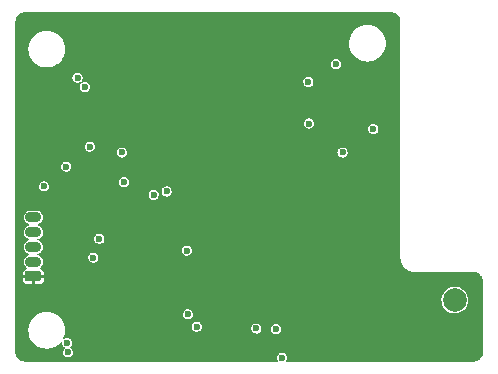
<source format=gbr>
%TF.GenerationSoftware,KiCad,Pcbnew,(6.0.1)*%
%TF.CreationDate,2022-10-07T00:00:46+07:00*%
%TF.ProjectId,rak3172,72616b33-3137-4322-9e6b-696361645f70,rev?*%
%TF.SameCoordinates,Original*%
%TF.FileFunction,Copper,L2,Inr*%
%TF.FilePolarity,Positive*%
%FSLAX46Y46*%
G04 Gerber Fmt 4.6, Leading zero omitted, Abs format (unit mm)*
G04 Created by KiCad (PCBNEW (6.0.1)) date 2022-10-07 00:00:46*
%MOMM*%
%LPD*%
G01*
G04 APERTURE LIST*
G04 Aperture macros list*
%AMRoundRect*
0 Rectangle with rounded corners*
0 $1 Rounding radius*
0 $2 $3 $4 $5 $6 $7 $8 $9 X,Y pos of 4 corners*
0 Add a 4 corners polygon primitive as box body*
4,1,4,$2,$3,$4,$5,$6,$7,$8,$9,$2,$3,0*
0 Add four circle primitives for the rounded corners*
1,1,$1+$1,$2,$3*
1,1,$1+$1,$4,$5*
1,1,$1+$1,$6,$7*
1,1,$1+$1,$8,$9*
0 Add four rect primitives between the rounded corners*
20,1,$1+$1,$2,$3,$4,$5,0*
20,1,$1+$1,$4,$5,$6,$7,0*
20,1,$1+$1,$6,$7,$8,$9,0*
20,1,$1+$1,$8,$9,$2,$3,0*%
G04 Aperture macros list end*
%TA.AperFunction,ComponentPad*%
%ADD10C,2.000000*%
%TD*%
%TA.AperFunction,ComponentPad*%
%ADD11RoundRect,0.225000X0.475000X-0.225000X0.475000X0.225000X-0.475000X0.225000X-0.475000X-0.225000X0*%
%TD*%
%TA.AperFunction,ComponentPad*%
%ADD12O,1.400000X0.900000*%
%TD*%
%TA.AperFunction,ViaPad*%
%ADD13C,0.600000*%
%TD*%
G04 APERTURE END LIST*
D10*
%TO.N,/ANTENNA*%
%TO.C,ANT1*%
X217400000Y-109600000D03*
%TD*%
D11*
%TO.N,GND*%
%TO.C,DEBUG1*%
X181725000Y-107600000D03*
D12*
%TO.N,SWCLK*%
X181725000Y-106350000D03*
%TO.N,SWDIO*%
X181725000Y-105100000D03*
%TO.N,NRST*%
X181725000Y-103850000D03*
%TO.N,+3V3*%
X181725000Y-102600000D03*
%TD*%
D13*
%TO.N,GND*%
X218370000Y-113210000D03*
X217100000Y-113210000D03*
X215830000Y-113210000D03*
X214560000Y-113210000D03*
X213290000Y-113210000D03*
X212020000Y-113210000D03*
X212020000Y-86540000D03*
X210750000Y-113210000D03*
X209480000Y-113210000D03*
X208210000Y-113210000D03*
X208210000Y-86540000D03*
X206940000Y-113210000D03*
X205670000Y-113210000D03*
X203130000Y-89080000D03*
X201860000Y-91620000D03*
X200590000Y-92890000D03*
X200590000Y-91620000D03*
X200590000Y-90350000D03*
X199320000Y-92890000D03*
X199320000Y-91620000D03*
X199320000Y-90350000D03*
X199320000Y-89080000D03*
X198050000Y-91620000D03*
X198050000Y-90350000D03*
X198050000Y-89080000D03*
X196780000Y-91620000D03*
X196780000Y-90350000D03*
X196780000Y-89080000D03*
X195510000Y-91620000D03*
X195510000Y-90350000D03*
X195510000Y-89080000D03*
X194240000Y-92890000D03*
X191700000Y-111940000D03*
X191700000Y-89080000D03*
X191700000Y-87810000D03*
X190430000Y-89080000D03*
X190430000Y-87810000D03*
X189160000Y-89080000D03*
X189160000Y-87810000D03*
X187890000Y-89080000D03*
X185350000Y-86540000D03*
X184080000Y-86540000D03*
X181540000Y-86540000D03*
X219150000Y-108840000D03*
X218200000Y-108000000D03*
X219020000Y-110100000D03*
X218200000Y-111070000D03*
X216940000Y-107890000D03*
X215820000Y-108500000D03*
X216940000Y-111280000D03*
X210740000Y-108500000D03*
X212010000Y-108500000D03*
X208200000Y-108500000D03*
X209470000Y-108500000D03*
X206930000Y-108500000D03*
X208200000Y-110670000D03*
X210740000Y-110670000D03*
X214550000Y-110670000D03*
X213300000Y-108500000D03*
X214570000Y-108500000D03*
X215820000Y-110670000D03*
X213280000Y-110670000D03*
X212010000Y-110670000D03*
X209470000Y-110670000D03*
X206930000Y-110670000D03*
X182500000Y-95700000D03*
X184960000Y-90190000D03*
X186840000Y-91750000D03*
%TO.N,+BATT*%
X185460000Y-90770000D03*
%TO.N,-BATT*%
X186070000Y-91550000D03*
%TO.N,GND*%
X204975000Y-90375000D03*
%TO.N,+3V3*%
X205000000Y-91125000D03*
%TO.N,GND*%
X206550000Y-89625000D03*
X210025000Y-91775000D03*
%TO.N,IMU_INT1*%
X207350000Y-89625000D03*
%TO.N,+3V3*%
X210500000Y-95100000D03*
X207900000Y-97100000D03*
X189200000Y-97100000D03*
X186500000Y-96600000D03*
%TO.N,GND*%
X203800000Y-107300000D03*
X185720000Y-96470000D03*
X190800000Y-108900000D03*
X186500000Y-105300000D03*
X188500000Y-109700000D03*
X206150000Y-103600000D03*
X196500000Y-106100000D03*
X197900000Y-104700000D03*
X192300000Y-101400000D03*
X188600000Y-113000000D03*
X183300000Y-97400000D03*
X206780000Y-91300000D03*
X193800000Y-100300000D03*
X192620000Y-105490000D03*
X206000000Y-104350000D03*
X202100000Y-106000000D03*
X186670000Y-100900000D03*
X188400000Y-100400000D03*
X185540000Y-101510000D03*
X190830000Y-93760000D03*
X180660000Y-92150000D03*
X188855730Y-91949240D03*
X181630000Y-91210000D03*
X201400000Y-112170000D03*
X184360000Y-100390000D03*
X198630000Y-100250000D03*
X184730000Y-112460000D03*
X209700000Y-95100000D03*
X202350000Y-98440000D03*
X190620000Y-105000000D03*
X203510000Y-114460000D03*
X203000000Y-99500000D03*
X184750000Y-95610000D03*
X200700000Y-104700000D03*
X198560000Y-99450000D03*
X199300000Y-106000000D03*
X210400000Y-102500000D03*
X200700000Y-110300000D03*
X185420000Y-94120000D03*
X190000000Y-97200000D03*
X190200000Y-99400000D03*
X189400000Y-91300000D03*
X208700000Y-97200000D03*
X197900000Y-110300000D03*
X192610000Y-106830000D03*
X194800000Y-111550000D03*
X211900000Y-93000000D03*
X182540000Y-92050000D03*
X184018273Y-114409609D03*
X203100000Y-100200000D03*
X200700000Y-107500000D03*
X196500000Y-108900000D03*
X199300000Y-108900000D03*
X194650000Y-104650000D03*
X197900000Y-107500000D03*
X188210000Y-92230000D03*
X190300000Y-102800000D03*
X202100000Y-108800000D03*
X184800000Y-99000000D03*
X188600000Y-111300000D03*
X194670000Y-109600000D03*
X188500000Y-109000000D03*
X182560000Y-94470000D03*
X203700000Y-105400000D03*
X188600000Y-110500000D03*
%TO.N,/GPS_VDD*%
X189400000Y-99600000D03*
X184500000Y-98300000D03*
%TO.N,CBR_SW*%
X182610000Y-99970000D03*
X194700000Y-105400000D03*
%TO.N,/p_GPS_TX*%
X187300000Y-104400000D03*
%TO.N,/p_GPS_RX*%
X186800000Y-106000000D03*
%TO.N,Gate_GPS*%
X193000000Y-100400000D03*
X191900000Y-100700000D03*
%TO.N,Net-(TP1-Pad1)*%
X184640000Y-114030000D03*
X202780000Y-114470000D03*
%TO.N,Net-(TP2-Pad1)*%
X202250000Y-112050000D03*
X184580000Y-113230000D03*
%TO.N,IMU_INT2*%
X205050000Y-94650000D03*
X194800000Y-110800000D03*
%TO.N,1PPS*%
X195550000Y-111850000D03*
%TO.N,IMU_INT1*%
X200600000Y-112000000D03*
%TD*%
%TA.AperFunction,Conductor*%
%TO.N,GND*%
G36*
X211984190Y-85201590D02*
G01*
X211991973Y-85203379D01*
X211999642Y-85205143D01*
X212006507Y-85203589D01*
X212008503Y-85203593D01*
X212025647Y-85202526D01*
X212036196Y-85203565D01*
X212149948Y-85214769D01*
X212161957Y-85217157D01*
X212268766Y-85249558D01*
X212300258Y-85259111D01*
X212311577Y-85263800D01*
X212439025Y-85331922D01*
X212449213Y-85338729D01*
X212560927Y-85430410D01*
X212569590Y-85439073D01*
X212661271Y-85550787D01*
X212668078Y-85560975D01*
X212736200Y-85688423D01*
X212740889Y-85699742D01*
X212782842Y-85838039D01*
X212785232Y-85850056D01*
X212797431Y-85973920D01*
X212796441Y-85989399D01*
X212796435Y-85992780D01*
X212794857Y-85999642D01*
X212796410Y-86006505D01*
X212796410Y-86006507D01*
X212798459Y-86015561D01*
X212800000Y-86029354D01*
X212800000Y-105969950D01*
X212798386Y-105984062D01*
X212794858Y-105999284D01*
X212794857Y-106000000D01*
X212796030Y-106005145D01*
X212797401Y-106014128D01*
X212811109Y-106188302D01*
X212814710Y-106203302D01*
X212848954Y-106345936D01*
X212855203Y-106371967D01*
X212856142Y-106374234D01*
X212856143Y-106374237D01*
X212870441Y-106408756D01*
X212927485Y-106546473D01*
X213026177Y-106707524D01*
X213148847Y-106851153D01*
X213292476Y-106973823D01*
X213294571Y-106975107D01*
X213294574Y-106975109D01*
X213441631Y-107065225D01*
X213453527Y-107072515D01*
X213554771Y-107114451D01*
X213625763Y-107143857D01*
X213625766Y-107143858D01*
X213628033Y-107144797D01*
X213630424Y-107145371D01*
X213630427Y-107145372D01*
X213644902Y-107148847D01*
X213811698Y-107188891D01*
X213984913Y-107202524D01*
X213994115Y-107203944D01*
X213999284Y-107205142D01*
X214000000Y-107205143D01*
X214015686Y-107201565D01*
X214029585Y-107200000D01*
X218970184Y-107200000D01*
X218984190Y-107201590D01*
X218991973Y-107203379D01*
X218999642Y-107205143D01*
X219006507Y-107203589D01*
X219008503Y-107203593D01*
X219025647Y-107202526D01*
X219029343Y-107202890D01*
X219149948Y-107214769D01*
X219161957Y-107217157D01*
X219259965Y-107246887D01*
X219300259Y-107259110D01*
X219311578Y-107263799D01*
X219439028Y-107331923D01*
X219449215Y-107338730D01*
X219560927Y-107430409D01*
X219569591Y-107439073D01*
X219661270Y-107550785D01*
X219668077Y-107560972D01*
X219736201Y-107688422D01*
X219740890Y-107699741D01*
X219774852Y-107811698D01*
X219782842Y-107838039D01*
X219785231Y-107850052D01*
X219793195Y-107930907D01*
X219797431Y-107973920D01*
X219796441Y-107989399D01*
X219796435Y-107992780D01*
X219794857Y-107999642D01*
X219796410Y-108006505D01*
X219796410Y-108006507D01*
X219798459Y-108015561D01*
X219800000Y-108029354D01*
X219800000Y-113970184D01*
X219798410Y-113984190D01*
X219794857Y-113999642D01*
X219796411Y-114006507D01*
X219796407Y-114008503D01*
X219797474Y-114025647D01*
X219786003Y-114142117D01*
X219785232Y-114149944D01*
X219782843Y-114161957D01*
X219759986Y-114237307D01*
X219740890Y-114300259D01*
X219736201Y-114311578D01*
X219668077Y-114439028D01*
X219661270Y-114449215D01*
X219569591Y-114560927D01*
X219560927Y-114569591D01*
X219449215Y-114661270D01*
X219439028Y-114668077D01*
X219311578Y-114736201D01*
X219300258Y-114740890D01*
X219161957Y-114782843D01*
X219149948Y-114785231D01*
X219081549Y-114791968D01*
X219026080Y-114797431D01*
X219010601Y-114796441D01*
X219007220Y-114796435D01*
X219000358Y-114794857D01*
X218993495Y-114796410D01*
X218993493Y-114796410D01*
X218984439Y-114798459D01*
X218970646Y-114800000D01*
X203194916Y-114800000D01*
X203150722Y-114781694D01*
X203132416Y-114737500D01*
X203138670Y-114710249D01*
X203191451Y-114601311D01*
X203193317Y-114590224D01*
X203211367Y-114482928D01*
X203211767Y-114480552D01*
X203211896Y-114470000D01*
X203194536Y-114348781D01*
X203143852Y-114237307D01*
X203129199Y-114220302D01*
X203127708Y-114217375D01*
X203121900Y-114211567D01*
X203118746Y-114208170D01*
X203073855Y-114156072D01*
X203063918Y-114144539D01*
X203043741Y-114131461D01*
X203040155Y-114128559D01*
X203040081Y-114128661D01*
X203036106Y-114125773D01*
X203032625Y-114122292D01*
X203021343Y-114116543D01*
X203015736Y-114113309D01*
X202964893Y-114080354D01*
X202964890Y-114080353D01*
X202961160Y-114077935D01*
X202956901Y-114076661D01*
X202956898Y-114076660D01*
X202938345Y-114071112D01*
X202928839Y-114068269D01*
X202918377Y-114064079D01*
X202912813Y-114061244D01*
X202901067Y-114059384D01*
X202892951Y-114057536D01*
X202843838Y-114042848D01*
X202799496Y-114042577D01*
X202790103Y-114041809D01*
X202784857Y-114040978D01*
X202784856Y-114040978D01*
X202780000Y-114040209D01*
X202771373Y-114041576D01*
X202761220Y-114042344D01*
X202742836Y-114042231D01*
X202725838Y-114042127D01*
X202725836Y-114042127D01*
X202721385Y-114042100D01*
X202667011Y-114057641D01*
X202659623Y-114059275D01*
X202647187Y-114061244D01*
X202642804Y-114063477D01*
X202641870Y-114063781D01*
X202632155Y-114067603D01*
X202607929Y-114074526D01*
X202607927Y-114074527D01*
X202603644Y-114075751D01*
X202544119Y-114113309D01*
X202542819Y-114114129D01*
X202537842Y-114116959D01*
X202531757Y-114120059D01*
X202531756Y-114120060D01*
X202527375Y-114122292D01*
X202523897Y-114125770D01*
X202522445Y-114126825D01*
X202519058Y-114129120D01*
X202500080Y-114141095D01*
X202497137Y-114144427D01*
X202497135Y-114144429D01*
X202437156Y-114212342D01*
X202436032Y-114213538D01*
X202435775Y-114213892D01*
X202435554Y-114214113D01*
X202435405Y-114214204D01*
X202434504Y-114215163D01*
X202432292Y-114217375D01*
X202431509Y-114216592D01*
X202430362Y-114217296D01*
X202431721Y-114218496D01*
X202419018Y-114232879D01*
X202417127Y-114236907D01*
X202368868Y-114339695D01*
X202368867Y-114339698D01*
X202366976Y-114343726D01*
X202348136Y-114464724D01*
X202348713Y-114469137D01*
X202348713Y-114469138D01*
X202361849Y-114569591D01*
X202364014Y-114586145D01*
X202371185Y-114602443D01*
X202371244Y-114602813D01*
X202372007Y-114604311D01*
X202374031Y-114608910D01*
X202374031Y-114608911D01*
X202398789Y-114665176D01*
X202413333Y-114698230D01*
X202416196Y-114701636D01*
X202417962Y-114704473D01*
X202425774Y-114751666D01*
X202397928Y-114790561D01*
X202364901Y-114800000D01*
X181029816Y-114800000D01*
X181015810Y-114798410D01*
X181007220Y-114796435D01*
X181000358Y-114794857D01*
X180993493Y-114796411D01*
X180991497Y-114796407D01*
X180974353Y-114797474D01*
X180947782Y-114794857D01*
X180850052Y-114785231D01*
X180838043Y-114782843D01*
X180699742Y-114740890D01*
X180688422Y-114736201D01*
X180560972Y-114668077D01*
X180550785Y-114661270D01*
X180439073Y-114569591D01*
X180430409Y-114560927D01*
X180338730Y-114449215D01*
X180331923Y-114439028D01*
X180263799Y-114311578D01*
X180259110Y-114300259D01*
X180240014Y-114237307D01*
X180217157Y-114161957D01*
X180214768Y-114149944D01*
X180213998Y-114142117D01*
X180203994Y-114040552D01*
X180202569Y-114026080D01*
X180203559Y-114010601D01*
X180203565Y-114007220D01*
X180205143Y-114000358D01*
X180203429Y-113992780D01*
X180201541Y-113984439D01*
X180200000Y-113970646D01*
X180200000Y-112150000D01*
X181295207Y-112150000D01*
X181314349Y-112393223D01*
X181334842Y-112478584D01*
X181368253Y-112617747D01*
X181371304Y-112630457D01*
X181464669Y-112855861D01*
X181465951Y-112857953D01*
X181549282Y-112993936D01*
X181592146Y-113063884D01*
X181750595Y-113249405D01*
X181936116Y-113407854D01*
X181938211Y-113409138D01*
X181938214Y-113409140D01*
X182050505Y-113477952D01*
X182144139Y-113535331D01*
X182246447Y-113577708D01*
X182367273Y-113627756D01*
X182367276Y-113627757D01*
X182369543Y-113628696D01*
X182371934Y-113629270D01*
X182371937Y-113629271D01*
X182488160Y-113657173D01*
X182606777Y-113685651D01*
X182850000Y-113704793D01*
X183093223Y-113685651D01*
X183211840Y-113657174D01*
X183328063Y-113629271D01*
X183328066Y-113629270D01*
X183330457Y-113628696D01*
X183332724Y-113627757D01*
X183332727Y-113627756D01*
X183453553Y-113577708D01*
X183555861Y-113535331D01*
X183649495Y-113477952D01*
X183761786Y-113409140D01*
X183761789Y-113409138D01*
X183763884Y-113407854D01*
X183949405Y-113249405D01*
X184044538Y-113138018D01*
X184087159Y-113116301D01*
X184132653Y-113131083D01*
X184154370Y-113173704D01*
X184153819Y-113188223D01*
X184148136Y-113224724D01*
X184148713Y-113229137D01*
X184148713Y-113229138D01*
X184163436Y-113341726D01*
X184164014Y-113346145D01*
X184171185Y-113362443D01*
X184171244Y-113362813D01*
X184172007Y-113364311D01*
X184174031Y-113368910D01*
X184174031Y-113368911D01*
X184191733Y-113409140D01*
X184213333Y-113458230D01*
X184227272Y-113474813D01*
X184228029Y-113475713D01*
X184230157Y-113478434D01*
X184232292Y-113482625D01*
X184240081Y-113490414D01*
X184243729Y-113494391D01*
X184292127Y-113551968D01*
X184315399Y-113567459D01*
X184321836Y-113572733D01*
X184323899Y-113574232D01*
X184327375Y-113577708D01*
X184331753Y-113579939D01*
X184331756Y-113579941D01*
X184338730Y-113583494D01*
X184344983Y-113587152D01*
X184358971Y-113596463D01*
X184360147Y-113597246D01*
X184386791Y-113636974D01*
X184377539Y-113683906D01*
X184366020Y-113696869D01*
X184363848Y-113698718D01*
X184360080Y-113701095D01*
X184357131Y-113704434D01*
X184297156Y-113772342D01*
X184296032Y-113773538D01*
X184295775Y-113773892D01*
X184295554Y-113774113D01*
X184295405Y-113774204D01*
X184294504Y-113775163D01*
X184292292Y-113777375D01*
X184291509Y-113776592D01*
X184290362Y-113777296D01*
X184291721Y-113778496D01*
X184279018Y-113792879D01*
X184277127Y-113796907D01*
X184228868Y-113899695D01*
X184228867Y-113899698D01*
X184226976Y-113903726D01*
X184208136Y-114024724D01*
X184208713Y-114029137D01*
X184208713Y-114029138D01*
X184223436Y-114141726D01*
X184224014Y-114146145D01*
X184231185Y-114162443D01*
X184231244Y-114162813D01*
X184232007Y-114164311D01*
X184234031Y-114168910D01*
X184234031Y-114168911D01*
X184265909Y-114241357D01*
X184273333Y-114258230D01*
X184287272Y-114274813D01*
X184288029Y-114275713D01*
X184290157Y-114278434D01*
X184292292Y-114282625D01*
X184300081Y-114290414D01*
X184303730Y-114294392D01*
X184348898Y-114348126D01*
X184352127Y-114351968D01*
X184375399Y-114367459D01*
X184381836Y-114372733D01*
X184383899Y-114374232D01*
X184387375Y-114377708D01*
X184391753Y-114379939D01*
X184391756Y-114379941D01*
X184398730Y-114383494D01*
X184404977Y-114387148D01*
X184454064Y-114419823D01*
X184458313Y-114421151D01*
X184458314Y-114421151D01*
X184490296Y-114431143D01*
X184500027Y-114435109D01*
X184502799Y-114436521D01*
X184502803Y-114436522D01*
X184507187Y-114438756D01*
X184517852Y-114440445D01*
X184526713Y-114442520D01*
X184566696Y-114455012D01*
X184566699Y-114455012D01*
X184570948Y-114456340D01*
X184620069Y-114457241D01*
X184628683Y-114457999D01*
X184635140Y-114459022D01*
X184635144Y-114459022D01*
X184640000Y-114459791D01*
X184646947Y-114458690D01*
X184657853Y-114457933D01*
X184693383Y-114458584D01*
X184753532Y-114442185D01*
X184760190Y-114440755D01*
X184762147Y-114440445D01*
X184772813Y-114438756D01*
X184777196Y-114436522D01*
X184781875Y-114435002D01*
X184781878Y-114435010D01*
X184786727Y-114433136D01*
X184811527Y-114426375D01*
X184879709Y-114384511D01*
X184884037Y-114382085D01*
X184888240Y-114379944D01*
X184888248Y-114379938D01*
X184892625Y-114377708D01*
X184895427Y-114374906D01*
X184896264Y-114374346D01*
X184898891Y-114372733D01*
X184915881Y-114362301D01*
X184998058Y-114271513D01*
X185051451Y-114161311D01*
X185052333Y-114156072D01*
X185068617Y-114059275D01*
X185071767Y-114040552D01*
X185071896Y-114030000D01*
X185054536Y-113908781D01*
X185003852Y-113797307D01*
X184989199Y-113780302D01*
X184987708Y-113777375D01*
X184981900Y-113771567D01*
X184978746Y-113768170D01*
X184926826Y-113707914D01*
X184923918Y-113704539D01*
X184903741Y-113691461D01*
X184900155Y-113688559D01*
X184900081Y-113688661D01*
X184896106Y-113685773D01*
X184892625Y-113682292D01*
X184881343Y-113676543D01*
X184875735Y-113673308D01*
X184860275Y-113663287D01*
X184833147Y-113623888D01*
X184841824Y-113576846D01*
X184853391Y-113563830D01*
X184855881Y-113562301D01*
X184881454Y-113534049D01*
X184935071Y-113474813D01*
X184938058Y-113471513D01*
X184991451Y-113361311D01*
X184993317Y-113350224D01*
X185010009Y-113251003D01*
X185011767Y-113240552D01*
X185011896Y-113230000D01*
X184994536Y-113108781D01*
X184943852Y-112997307D01*
X184929199Y-112980302D01*
X184927708Y-112977375D01*
X184921900Y-112971567D01*
X184918746Y-112968170D01*
X184866826Y-112907914D01*
X184863918Y-112904539D01*
X184843741Y-112891461D01*
X184840155Y-112888559D01*
X184840081Y-112888661D01*
X184836106Y-112885773D01*
X184832625Y-112882292D01*
X184821343Y-112876543D01*
X184815736Y-112873309D01*
X184806668Y-112867431D01*
X184785326Y-112853598D01*
X184764893Y-112840354D01*
X184764890Y-112840353D01*
X184761160Y-112837935D01*
X184756901Y-112836661D01*
X184756898Y-112836660D01*
X184738345Y-112831112D01*
X184728839Y-112828269D01*
X184718377Y-112824079D01*
X184712813Y-112821244D01*
X184701067Y-112819384D01*
X184692951Y-112817536D01*
X184643838Y-112802848D01*
X184599496Y-112802577D01*
X184590103Y-112801809D01*
X184584857Y-112800978D01*
X184584856Y-112800978D01*
X184580000Y-112800209D01*
X184571373Y-112801576D01*
X184561220Y-112802344D01*
X184542836Y-112802231D01*
X184525838Y-112802127D01*
X184525836Y-112802127D01*
X184521385Y-112802100D01*
X184467011Y-112817641D01*
X184459623Y-112819275D01*
X184447187Y-112821244D01*
X184442804Y-112823477D01*
X184441870Y-112823781D01*
X184432155Y-112827603D01*
X184407929Y-112834526D01*
X184407927Y-112834527D01*
X184403644Y-112835751D01*
X184399875Y-112838129D01*
X184353434Y-112867431D01*
X184306289Y-112875532D01*
X184267225Y-112847924D01*
X184259124Y-112800779D01*
X184262341Y-112790655D01*
X184327752Y-112632738D01*
X184327756Y-112632727D01*
X184328696Y-112630457D01*
X184331748Y-112617747D01*
X184365158Y-112478584D01*
X184385651Y-112393223D01*
X184404793Y-112150000D01*
X184385651Y-111906777D01*
X184370754Y-111844724D01*
X195118136Y-111844724D01*
X195118713Y-111849137D01*
X195118713Y-111849138D01*
X195130651Y-111940429D01*
X195134014Y-111966145D01*
X195141185Y-111982443D01*
X195141244Y-111982813D01*
X195142007Y-111984311D01*
X195183333Y-112078230D01*
X195197272Y-112094813D01*
X195198029Y-112095713D01*
X195200157Y-112098434D01*
X195202292Y-112102625D01*
X195210081Y-112110414D01*
X195213729Y-112114391D01*
X195262127Y-112171968D01*
X195285399Y-112187459D01*
X195291836Y-112192733D01*
X195293899Y-112194232D01*
X195297375Y-112197708D01*
X195301753Y-112199939D01*
X195301756Y-112199941D01*
X195308730Y-112203494D01*
X195314977Y-112207148D01*
X195364064Y-112239823D01*
X195368313Y-112241151D01*
X195368314Y-112241151D01*
X195400296Y-112251143D01*
X195410027Y-112255109D01*
X195412799Y-112256521D01*
X195412803Y-112256522D01*
X195417187Y-112258756D01*
X195427656Y-112260414D01*
X195427852Y-112260445D01*
X195436713Y-112262520D01*
X195476696Y-112275012D01*
X195476699Y-112275012D01*
X195480948Y-112276340D01*
X195530069Y-112277241D01*
X195538683Y-112277999D01*
X195545140Y-112279022D01*
X195545144Y-112279022D01*
X195550000Y-112279791D01*
X195556947Y-112278690D01*
X195567853Y-112277933D01*
X195603383Y-112278584D01*
X195663532Y-112262185D01*
X195670190Y-112260755D01*
X195672343Y-112260414D01*
X195682813Y-112258756D01*
X195687196Y-112256522D01*
X195691875Y-112255002D01*
X195691878Y-112255010D01*
X195696727Y-112253136D01*
X195721527Y-112246375D01*
X195789709Y-112204511D01*
X195794037Y-112202085D01*
X195798240Y-112199944D01*
X195798248Y-112199938D01*
X195802625Y-112197708D01*
X195805427Y-112194906D01*
X195806264Y-112194346D01*
X195808891Y-112192733D01*
X195825881Y-112182301D01*
X195908058Y-112091513D01*
X195954952Y-111994724D01*
X200168136Y-111994724D01*
X200168713Y-111999137D01*
X200168713Y-111999138D01*
X200183436Y-112111726D01*
X200184014Y-112116145D01*
X200191185Y-112132443D01*
X200191244Y-112132813D01*
X200192007Y-112134311D01*
X200194031Y-112138910D01*
X200194031Y-112138911D01*
X200224060Y-112207155D01*
X200233333Y-112228230D01*
X200246627Y-112244045D01*
X200248029Y-112245713D01*
X200250157Y-112248434D01*
X200252292Y-112252625D01*
X200260081Y-112260414D01*
X200263729Y-112264391D01*
X200312127Y-112321968D01*
X200335399Y-112337459D01*
X200341836Y-112342733D01*
X200343899Y-112344232D01*
X200347375Y-112347708D01*
X200351753Y-112349939D01*
X200351756Y-112349941D01*
X200358730Y-112353494D01*
X200364977Y-112357148D01*
X200414064Y-112389823D01*
X200418313Y-112391151D01*
X200418314Y-112391151D01*
X200450296Y-112401143D01*
X200460027Y-112405109D01*
X200462799Y-112406521D01*
X200462803Y-112406522D01*
X200467187Y-112408756D01*
X200477852Y-112410445D01*
X200486713Y-112412520D01*
X200526696Y-112425012D01*
X200526699Y-112425012D01*
X200530948Y-112426340D01*
X200580069Y-112427241D01*
X200588683Y-112427999D01*
X200595140Y-112429022D01*
X200595144Y-112429022D01*
X200600000Y-112429791D01*
X200606947Y-112428690D01*
X200617853Y-112427933D01*
X200653383Y-112428584D01*
X200713532Y-112412185D01*
X200720190Y-112410755D01*
X200722147Y-112410445D01*
X200732813Y-112408756D01*
X200737196Y-112406522D01*
X200741875Y-112405002D01*
X200741878Y-112405010D01*
X200746727Y-112403136D01*
X200771527Y-112396375D01*
X200811278Y-112371968D01*
X200839709Y-112354511D01*
X200844037Y-112352085D01*
X200848240Y-112349944D01*
X200848248Y-112349938D01*
X200852625Y-112347708D01*
X200855427Y-112344906D01*
X200856264Y-112344346D01*
X200858891Y-112342733D01*
X200875881Y-112332301D01*
X200958058Y-112241513D01*
X201011451Y-112131311D01*
X201013317Y-112120224D01*
X201026018Y-112044724D01*
X201818136Y-112044724D01*
X201818713Y-112049137D01*
X201818713Y-112049138D01*
X201827966Y-112119897D01*
X201834014Y-112166145D01*
X201841185Y-112182443D01*
X201841244Y-112182813D01*
X201842007Y-112184311D01*
X201844031Y-112188910D01*
X201844031Y-112188911D01*
X201876274Y-112262187D01*
X201883333Y-112278230D01*
X201897272Y-112294813D01*
X201898029Y-112295713D01*
X201900157Y-112298434D01*
X201902292Y-112302625D01*
X201910081Y-112310414D01*
X201913730Y-112314392D01*
X201949676Y-112357155D01*
X201962127Y-112371968D01*
X201985399Y-112387459D01*
X201991836Y-112392733D01*
X201993899Y-112394232D01*
X201997375Y-112397708D01*
X202001753Y-112399939D01*
X202001756Y-112399941D01*
X202008730Y-112403494D01*
X202014977Y-112407148D01*
X202064064Y-112439823D01*
X202068313Y-112441151D01*
X202068314Y-112441151D01*
X202100296Y-112451143D01*
X202110027Y-112455109D01*
X202112799Y-112456521D01*
X202112803Y-112456522D01*
X202117187Y-112458756D01*
X202127852Y-112460445D01*
X202136713Y-112462520D01*
X202176696Y-112475012D01*
X202176699Y-112475012D01*
X202180948Y-112476340D01*
X202230069Y-112477241D01*
X202238683Y-112477999D01*
X202245140Y-112479022D01*
X202245144Y-112479022D01*
X202250000Y-112479791D01*
X202256947Y-112478690D01*
X202267853Y-112477933D01*
X202303383Y-112478584D01*
X202363532Y-112462185D01*
X202370190Y-112460755D01*
X202372147Y-112460445D01*
X202382813Y-112458756D01*
X202387196Y-112456522D01*
X202391875Y-112455002D01*
X202391878Y-112455010D01*
X202396727Y-112453136D01*
X202421527Y-112446375D01*
X202450503Y-112428584D01*
X202489709Y-112404511D01*
X202494037Y-112402085D01*
X202498240Y-112399944D01*
X202498248Y-112399938D01*
X202502625Y-112397708D01*
X202505427Y-112394906D01*
X202506264Y-112394346D01*
X202508891Y-112392733D01*
X202525881Y-112382301D01*
X202608058Y-112291513D01*
X202661451Y-112181311D01*
X202662609Y-112174433D01*
X202681367Y-112062928D01*
X202681767Y-112060552D01*
X202681896Y-112050000D01*
X202664536Y-111928781D01*
X202613852Y-111817307D01*
X202599199Y-111800302D01*
X202597708Y-111797375D01*
X202591900Y-111791567D01*
X202588746Y-111788170D01*
X202536826Y-111727914D01*
X202533918Y-111724539D01*
X202513741Y-111711461D01*
X202510155Y-111708559D01*
X202510081Y-111708661D01*
X202506106Y-111705773D01*
X202502625Y-111702292D01*
X202491343Y-111696543D01*
X202485736Y-111693309D01*
X202434893Y-111660354D01*
X202434890Y-111660353D01*
X202431160Y-111657935D01*
X202426901Y-111656661D01*
X202426898Y-111656660D01*
X202404824Y-111650059D01*
X202398839Y-111648269D01*
X202388377Y-111644079D01*
X202382813Y-111641244D01*
X202371067Y-111639384D01*
X202362951Y-111637536D01*
X202313838Y-111622848D01*
X202269496Y-111622577D01*
X202260103Y-111621809D01*
X202254857Y-111620978D01*
X202254856Y-111620978D01*
X202250000Y-111620209D01*
X202241373Y-111621576D01*
X202231220Y-111622344D01*
X202212836Y-111622231D01*
X202195838Y-111622127D01*
X202195836Y-111622127D01*
X202191385Y-111622100D01*
X202137011Y-111637641D01*
X202129623Y-111639275D01*
X202117187Y-111641244D01*
X202112804Y-111643477D01*
X202111870Y-111643781D01*
X202102155Y-111647603D01*
X202077929Y-111654526D01*
X202077927Y-111654527D01*
X202073644Y-111655751D01*
X202069875Y-111658129D01*
X202069032Y-111658661D01*
X202014119Y-111693309D01*
X202012819Y-111694129D01*
X202007842Y-111696959D01*
X202001757Y-111700059D01*
X202001756Y-111700060D01*
X201997375Y-111702292D01*
X201993897Y-111705770D01*
X201992445Y-111706825D01*
X201989058Y-111709120D01*
X201970080Y-111721095D01*
X201967137Y-111724427D01*
X201967135Y-111724429D01*
X201907156Y-111792342D01*
X201906032Y-111793538D01*
X201905775Y-111793892D01*
X201905554Y-111794113D01*
X201905405Y-111794204D01*
X201904504Y-111795163D01*
X201902292Y-111797375D01*
X201901509Y-111796592D01*
X201900362Y-111797296D01*
X201901721Y-111798496D01*
X201889018Y-111812879D01*
X201887127Y-111816907D01*
X201838868Y-111919695D01*
X201838867Y-111919698D01*
X201836976Y-111923726D01*
X201818136Y-112044724D01*
X201026018Y-112044724D01*
X201031367Y-112012928D01*
X201031767Y-112010552D01*
X201031896Y-112000000D01*
X201014536Y-111878781D01*
X200963852Y-111767307D01*
X200949199Y-111750302D01*
X200947708Y-111747375D01*
X200941900Y-111741567D01*
X200938746Y-111738170D01*
X200886826Y-111677914D01*
X200883918Y-111674539D01*
X200863741Y-111661461D01*
X200860155Y-111658559D01*
X200860081Y-111658661D01*
X200856106Y-111655773D01*
X200852625Y-111652292D01*
X200841343Y-111646543D01*
X200835736Y-111643309D01*
X200831366Y-111640476D01*
X200806137Y-111624124D01*
X200784893Y-111610354D01*
X200784890Y-111610353D01*
X200781160Y-111607935D01*
X200776901Y-111606661D01*
X200776898Y-111606660D01*
X200749597Y-111598496D01*
X200748839Y-111598269D01*
X200738377Y-111594079D01*
X200732813Y-111591244D01*
X200721067Y-111589384D01*
X200712951Y-111587536D01*
X200663838Y-111572848D01*
X200619496Y-111572577D01*
X200610103Y-111571809D01*
X200604857Y-111570978D01*
X200604856Y-111570978D01*
X200600000Y-111570209D01*
X200591373Y-111571576D01*
X200581220Y-111572344D01*
X200562836Y-111572231D01*
X200545838Y-111572127D01*
X200545836Y-111572127D01*
X200541385Y-111572100D01*
X200487011Y-111587641D01*
X200479623Y-111589275D01*
X200467187Y-111591244D01*
X200462804Y-111593477D01*
X200461870Y-111593781D01*
X200452155Y-111597603D01*
X200427929Y-111604526D01*
X200427927Y-111604527D01*
X200423644Y-111605751D01*
X200363371Y-111643781D01*
X200362819Y-111644129D01*
X200357842Y-111646959D01*
X200351757Y-111650059D01*
X200351756Y-111650060D01*
X200347375Y-111652292D01*
X200343897Y-111655770D01*
X200342445Y-111656825D01*
X200339058Y-111659120D01*
X200320080Y-111671095D01*
X200317137Y-111674427D01*
X200317135Y-111674429D01*
X200257156Y-111742342D01*
X200256032Y-111743538D01*
X200255775Y-111743892D01*
X200255554Y-111744113D01*
X200255405Y-111744204D01*
X200254504Y-111745163D01*
X200252292Y-111747375D01*
X200251509Y-111746592D01*
X200250362Y-111747296D01*
X200251721Y-111748496D01*
X200239018Y-111762879D01*
X200237127Y-111766907D01*
X200188868Y-111869695D01*
X200188867Y-111869698D01*
X200186976Y-111873726D01*
X200168136Y-111994724D01*
X195954952Y-111994724D01*
X195961451Y-111981311D01*
X195963317Y-111970224D01*
X195979382Y-111874726D01*
X195981767Y-111860552D01*
X195981896Y-111850000D01*
X195964536Y-111728781D01*
X195913852Y-111617307D01*
X195899199Y-111600302D01*
X195897708Y-111597375D01*
X195891900Y-111591567D01*
X195888746Y-111588170D01*
X195836826Y-111527914D01*
X195833918Y-111524539D01*
X195813741Y-111511461D01*
X195810155Y-111508559D01*
X195810081Y-111508661D01*
X195806106Y-111505773D01*
X195802625Y-111502292D01*
X195791343Y-111496543D01*
X195785736Y-111493309D01*
X195734893Y-111460354D01*
X195734890Y-111460353D01*
X195731160Y-111457935D01*
X195726901Y-111456661D01*
X195726898Y-111456660D01*
X195708345Y-111451112D01*
X195698839Y-111448269D01*
X195688377Y-111444079D01*
X195682813Y-111441244D01*
X195671067Y-111439384D01*
X195662951Y-111437536D01*
X195613838Y-111422848D01*
X195569496Y-111422577D01*
X195560103Y-111421809D01*
X195554857Y-111420978D01*
X195554856Y-111420978D01*
X195550000Y-111420209D01*
X195541373Y-111421576D01*
X195531220Y-111422344D01*
X195512836Y-111422231D01*
X195495838Y-111422127D01*
X195495836Y-111422127D01*
X195491385Y-111422100D01*
X195437011Y-111437641D01*
X195429623Y-111439275D01*
X195417187Y-111441244D01*
X195412804Y-111443477D01*
X195411870Y-111443781D01*
X195402155Y-111447603D01*
X195377929Y-111454526D01*
X195377927Y-111454527D01*
X195373644Y-111455751D01*
X195314119Y-111493309D01*
X195312819Y-111494129D01*
X195307842Y-111496959D01*
X195301757Y-111500059D01*
X195301756Y-111500060D01*
X195297375Y-111502292D01*
X195293897Y-111505770D01*
X195292445Y-111506825D01*
X195289058Y-111509120D01*
X195270080Y-111521095D01*
X195267137Y-111524427D01*
X195267135Y-111524429D01*
X195207156Y-111592342D01*
X195206032Y-111593538D01*
X195205775Y-111593892D01*
X195205554Y-111594113D01*
X195205405Y-111594204D01*
X195204504Y-111595163D01*
X195202292Y-111597375D01*
X195201509Y-111596592D01*
X195200362Y-111597296D01*
X195201721Y-111598496D01*
X195193385Y-111607935D01*
X195189018Y-111612879D01*
X195184465Y-111622577D01*
X195138868Y-111719695D01*
X195138867Y-111719698D01*
X195136976Y-111723726D01*
X195118136Y-111844724D01*
X184370754Y-111844724D01*
X184346174Y-111742342D01*
X184329271Y-111671937D01*
X184329270Y-111671934D01*
X184328696Y-111669543D01*
X184325349Y-111661461D01*
X184278818Y-111549127D01*
X184235331Y-111444139D01*
X184221504Y-111421575D01*
X184109140Y-111238214D01*
X184109138Y-111238211D01*
X184107854Y-111236116D01*
X183949405Y-111050595D01*
X183763884Y-110892146D01*
X183761789Y-110890862D01*
X183761786Y-110890860D01*
X183604906Y-110794724D01*
X194368136Y-110794724D01*
X194368713Y-110799137D01*
X194368713Y-110799138D01*
X194380876Y-110892146D01*
X194384014Y-110916145D01*
X194391185Y-110932443D01*
X194391244Y-110932813D01*
X194392007Y-110934311D01*
X194433333Y-111028230D01*
X194447272Y-111044813D01*
X194448029Y-111045713D01*
X194450157Y-111048434D01*
X194452292Y-111052625D01*
X194460081Y-111060414D01*
X194463729Y-111064391D01*
X194512127Y-111121968D01*
X194535399Y-111137459D01*
X194541836Y-111142733D01*
X194543899Y-111144232D01*
X194547375Y-111147708D01*
X194551753Y-111149939D01*
X194551756Y-111149941D01*
X194558730Y-111153494D01*
X194564977Y-111157148D01*
X194614064Y-111189823D01*
X194618313Y-111191151D01*
X194618314Y-111191151D01*
X194650296Y-111201143D01*
X194660027Y-111205109D01*
X194662799Y-111206521D01*
X194662803Y-111206522D01*
X194667187Y-111208756D01*
X194677852Y-111210445D01*
X194686713Y-111212520D01*
X194726696Y-111225012D01*
X194726699Y-111225012D01*
X194730948Y-111226340D01*
X194780069Y-111227241D01*
X194788683Y-111227999D01*
X194795140Y-111229022D01*
X194795144Y-111229022D01*
X194800000Y-111229791D01*
X194806947Y-111228690D01*
X194817853Y-111227933D01*
X194853383Y-111228584D01*
X194913532Y-111212185D01*
X194920190Y-111210755D01*
X194922147Y-111210445D01*
X194932813Y-111208756D01*
X194937196Y-111206522D01*
X194941875Y-111205002D01*
X194941878Y-111205010D01*
X194946727Y-111203136D01*
X194971527Y-111196375D01*
X195039709Y-111154511D01*
X195044037Y-111152085D01*
X195048240Y-111149944D01*
X195048248Y-111149938D01*
X195052625Y-111147708D01*
X195055427Y-111144906D01*
X195056264Y-111144346D01*
X195058891Y-111142733D01*
X195075881Y-111132301D01*
X195158058Y-111041513D01*
X195211451Y-110931311D01*
X195213317Y-110920224D01*
X195231367Y-110812928D01*
X195231767Y-110810552D01*
X195231896Y-110800000D01*
X195214536Y-110678781D01*
X195163852Y-110567307D01*
X195149199Y-110550302D01*
X195147708Y-110547375D01*
X195141900Y-110541567D01*
X195138746Y-110538170D01*
X195086826Y-110477914D01*
X195083918Y-110474539D01*
X195063741Y-110461461D01*
X195060155Y-110458559D01*
X195060081Y-110458661D01*
X195056106Y-110455773D01*
X195052625Y-110452292D01*
X195041343Y-110446543D01*
X195035736Y-110443309D01*
X194984893Y-110410354D01*
X194984890Y-110410353D01*
X194981160Y-110407935D01*
X194976901Y-110406661D01*
X194976898Y-110406660D01*
X194956894Y-110400678D01*
X194948839Y-110398269D01*
X194938377Y-110394079D01*
X194932813Y-110391244D01*
X194921067Y-110389384D01*
X194912951Y-110387536D01*
X194863838Y-110372848D01*
X194819496Y-110372577D01*
X194810103Y-110371809D01*
X194804857Y-110370978D01*
X194804856Y-110370978D01*
X194800000Y-110370209D01*
X194791373Y-110371576D01*
X194781220Y-110372344D01*
X194762836Y-110372231D01*
X194745838Y-110372127D01*
X194745836Y-110372127D01*
X194741385Y-110372100D01*
X194687011Y-110387641D01*
X194679623Y-110389275D01*
X194667187Y-110391244D01*
X194662804Y-110393477D01*
X194661870Y-110393781D01*
X194652155Y-110397603D01*
X194627929Y-110404526D01*
X194627927Y-110404527D01*
X194623644Y-110405751D01*
X194564119Y-110443309D01*
X194562819Y-110444129D01*
X194557842Y-110446959D01*
X194551757Y-110450059D01*
X194551756Y-110450060D01*
X194547375Y-110452292D01*
X194543897Y-110455770D01*
X194542445Y-110456825D01*
X194539058Y-110459120D01*
X194520080Y-110471095D01*
X194517137Y-110474427D01*
X194517135Y-110474429D01*
X194457156Y-110542342D01*
X194456032Y-110543538D01*
X194455775Y-110543892D01*
X194455554Y-110544113D01*
X194455405Y-110544204D01*
X194454504Y-110545163D01*
X194452292Y-110547375D01*
X194451509Y-110546592D01*
X194450362Y-110547296D01*
X194451721Y-110548496D01*
X194439018Y-110562879D01*
X194437127Y-110566907D01*
X194388868Y-110669695D01*
X194388867Y-110669698D01*
X194386976Y-110673726D01*
X194368136Y-110794724D01*
X183604906Y-110794724D01*
X183557953Y-110765951D01*
X183555861Y-110764669D01*
X183400033Y-110700123D01*
X183332727Y-110672244D01*
X183332724Y-110672243D01*
X183330457Y-110671304D01*
X183328066Y-110670730D01*
X183328063Y-110670729D01*
X183176887Y-110634435D01*
X183093223Y-110614349D01*
X182850000Y-110595207D01*
X182606777Y-110614349D01*
X182523113Y-110634435D01*
X182371937Y-110670729D01*
X182371934Y-110670730D01*
X182369543Y-110671304D01*
X182367276Y-110672243D01*
X182367273Y-110672244D01*
X182299967Y-110700123D01*
X182144139Y-110764669D01*
X182142047Y-110765951D01*
X181938214Y-110890860D01*
X181938211Y-110890862D01*
X181936116Y-110892146D01*
X181750595Y-111050595D01*
X181592146Y-111236116D01*
X181590862Y-111238211D01*
X181590860Y-111238214D01*
X181478496Y-111421575D01*
X181464669Y-111444139D01*
X181421182Y-111549127D01*
X181374652Y-111661461D01*
X181371304Y-111669543D01*
X181370730Y-111671934D01*
X181370729Y-111671937D01*
X181353826Y-111742342D01*
X181314349Y-111906777D01*
X181297576Y-112119897D01*
X181295207Y-112150000D01*
X180200000Y-112150000D01*
X180200000Y-109570359D01*
X216268058Y-109570359D01*
X216281611Y-109777135D01*
X216332619Y-109977980D01*
X216419373Y-110166165D01*
X216538970Y-110335390D01*
X216687402Y-110479986D01*
X216859699Y-110595111D01*
X217050091Y-110676910D01*
X217052877Y-110677540D01*
X217052882Y-110677542D01*
X217249411Y-110722012D01*
X217249414Y-110722012D01*
X217252201Y-110722643D01*
X217343531Y-110726231D01*
X217456402Y-110730666D01*
X217456406Y-110730666D01*
X217459262Y-110730778D01*
X217664337Y-110701044D01*
X217860560Y-110634435D01*
X218041359Y-110533183D01*
X218200678Y-110400678D01*
X218333183Y-110241359D01*
X218434435Y-110060560D01*
X218501044Y-109864337D01*
X218513284Y-109779915D01*
X218530515Y-109661078D01*
X218530515Y-109661073D01*
X218530778Y-109659262D01*
X218532330Y-109600000D01*
X218529607Y-109570359D01*
X218513631Y-109396504D01*
X218513369Y-109393649D01*
X218512590Y-109390886D01*
X218457899Y-109196966D01*
X218457897Y-109196962D01*
X218457121Y-109194209D01*
X218365470Y-109008359D01*
X218348643Y-108985825D01*
X218243202Y-108844622D01*
X218243201Y-108844620D01*
X218241485Y-108842323D01*
X218089319Y-108701662D01*
X217914067Y-108591087D01*
X217721599Y-108514300D01*
X217718793Y-108513742D01*
X217718790Y-108513741D01*
X217521167Y-108474431D01*
X217521165Y-108474431D01*
X217518361Y-108473873D01*
X217420846Y-108472597D01*
X217314020Y-108471198D01*
X217314015Y-108471198D01*
X217311158Y-108471161D01*
X217308337Y-108471646D01*
X217308333Y-108471646D01*
X217188768Y-108492191D01*
X217106931Y-108506253D01*
X217104243Y-108507245D01*
X217104238Y-108507246D01*
X216915207Y-108576984D01*
X216915204Y-108576985D01*
X216912519Y-108577976D01*
X216734433Y-108683926D01*
X216578637Y-108820555D01*
X216576861Y-108822808D01*
X216576860Y-108822809D01*
X216561477Y-108842323D01*
X216450348Y-108983289D01*
X216353863Y-109166676D01*
X216353016Y-109169403D01*
X216353015Y-109169406D01*
X216294325Y-109358422D01*
X216292414Y-109364575D01*
X216268058Y-109570359D01*
X180200000Y-109570359D01*
X180200000Y-107855990D01*
X180825001Y-107855990D01*
X180825386Y-107860878D01*
X180839993Y-107953113D01*
X180842994Y-107962349D01*
X180899651Y-108073544D01*
X180905359Y-108081400D01*
X180993600Y-108169641D01*
X181001456Y-108175349D01*
X181112649Y-108232005D01*
X181121888Y-108235007D01*
X181214122Y-108249616D01*
X181219009Y-108250000D01*
X181612569Y-108250000D01*
X181621359Y-108246359D01*
X181625000Y-108237569D01*
X181625000Y-108237568D01*
X181825000Y-108237568D01*
X181828641Y-108246358D01*
X181837431Y-108249999D01*
X182230990Y-108249999D01*
X182235878Y-108249614D01*
X182328113Y-108235007D01*
X182337349Y-108232006D01*
X182448544Y-108175349D01*
X182456400Y-108169641D01*
X182544641Y-108081400D01*
X182550349Y-108073544D01*
X182607005Y-107962351D01*
X182610007Y-107953112D01*
X182624616Y-107860878D01*
X182625000Y-107855991D01*
X182625000Y-107712431D01*
X182621359Y-107703641D01*
X182612569Y-107700000D01*
X181837431Y-107700000D01*
X181828641Y-107703641D01*
X181825000Y-107712431D01*
X181825000Y-108237568D01*
X181625000Y-108237568D01*
X181625000Y-107712431D01*
X181621359Y-107703641D01*
X181612569Y-107700000D01*
X180837432Y-107700000D01*
X180828642Y-107703641D01*
X180825001Y-107712431D01*
X180825001Y-107855990D01*
X180200000Y-107855990D01*
X180200000Y-107487569D01*
X180825000Y-107487569D01*
X180828641Y-107496359D01*
X180837431Y-107500000D01*
X182612568Y-107500000D01*
X182621358Y-107496359D01*
X182624999Y-107487569D01*
X182624999Y-107344010D01*
X182624614Y-107339122D01*
X182610007Y-107246887D01*
X182607006Y-107237651D01*
X182550349Y-107126456D01*
X182544641Y-107118600D01*
X182456400Y-107030359D01*
X182448544Y-107024651D01*
X182337351Y-106967995D01*
X182328113Y-106964993D01*
X182301090Y-106960713D01*
X182260304Y-106935719D01*
X182249136Y-106889205D01*
X182272820Y-106849397D01*
X182383630Y-106764370D01*
X182386878Y-106761878D01*
X182479445Y-106641242D01*
X182537635Y-106500758D01*
X182545048Y-106444456D01*
X182556948Y-106354064D01*
X182557483Y-106350000D01*
X182554117Y-106324433D01*
X182538170Y-106203305D01*
X182538170Y-106203304D01*
X182537635Y-106199242D01*
X182519754Y-106156072D01*
X182481013Y-106062544D01*
X182481012Y-106062543D01*
X182479445Y-106058759D01*
X182430310Y-105994724D01*
X186368136Y-105994724D01*
X186368713Y-105999137D01*
X186368713Y-105999138D01*
X186376510Y-106058759D01*
X186384014Y-106116145D01*
X186391185Y-106132443D01*
X186391244Y-106132813D01*
X186392007Y-106134311D01*
X186394031Y-106138910D01*
X186394031Y-106138911D01*
X186422366Y-106203305D01*
X186433333Y-106228230D01*
X186447272Y-106244813D01*
X186448029Y-106245713D01*
X186450157Y-106248434D01*
X186452292Y-106252625D01*
X186460081Y-106260414D01*
X186463729Y-106264391D01*
X186512127Y-106321968D01*
X186535399Y-106337459D01*
X186541836Y-106342733D01*
X186543899Y-106344232D01*
X186547375Y-106347708D01*
X186551753Y-106349939D01*
X186551756Y-106349941D01*
X186558730Y-106353494D01*
X186564977Y-106357148D01*
X186614064Y-106389823D01*
X186618313Y-106391151D01*
X186618314Y-106391151D01*
X186650296Y-106401143D01*
X186660027Y-106405109D01*
X186662799Y-106406521D01*
X186662803Y-106406522D01*
X186667187Y-106408756D01*
X186677852Y-106410445D01*
X186686713Y-106412520D01*
X186726696Y-106425012D01*
X186726699Y-106425012D01*
X186730948Y-106426340D01*
X186780069Y-106427241D01*
X186788683Y-106427999D01*
X186795140Y-106429022D01*
X186795144Y-106429022D01*
X186800000Y-106429791D01*
X186806947Y-106428690D01*
X186817853Y-106427933D01*
X186853383Y-106428584D01*
X186913532Y-106412185D01*
X186920190Y-106410755D01*
X186922147Y-106410445D01*
X186932813Y-106408756D01*
X186937196Y-106406522D01*
X186941875Y-106405002D01*
X186941878Y-106405010D01*
X186946727Y-106403136D01*
X186971527Y-106396375D01*
X187039709Y-106354511D01*
X187044037Y-106352085D01*
X187048240Y-106349944D01*
X187048248Y-106349938D01*
X187052625Y-106347708D01*
X187055427Y-106344906D01*
X187056264Y-106344346D01*
X187058891Y-106342733D01*
X187075881Y-106332301D01*
X187158058Y-106241513D01*
X187211451Y-106131311D01*
X187213317Y-106120224D01*
X187231367Y-106012928D01*
X187231767Y-106010552D01*
X187231896Y-106000000D01*
X187214536Y-105878781D01*
X187163852Y-105767307D01*
X187149199Y-105750302D01*
X187147708Y-105747375D01*
X187141900Y-105741567D01*
X187138746Y-105738170D01*
X187086826Y-105677914D01*
X187083918Y-105674539D01*
X187063741Y-105661461D01*
X187060155Y-105658559D01*
X187060081Y-105658661D01*
X187056106Y-105655773D01*
X187052625Y-105652292D01*
X187041343Y-105646543D01*
X187035736Y-105643309D01*
X186984893Y-105610354D01*
X186984890Y-105610353D01*
X186981160Y-105607935D01*
X186976901Y-105606661D01*
X186976898Y-105606660D01*
X186958345Y-105601112D01*
X186948839Y-105598269D01*
X186938377Y-105594079D01*
X186932813Y-105591244D01*
X186921067Y-105589384D01*
X186912951Y-105587536D01*
X186863838Y-105572848D01*
X186819496Y-105572577D01*
X186810103Y-105571809D01*
X186804857Y-105570978D01*
X186804856Y-105570978D01*
X186800000Y-105570209D01*
X186791373Y-105571576D01*
X186781220Y-105572344D01*
X186762836Y-105572231D01*
X186745838Y-105572127D01*
X186745836Y-105572127D01*
X186741385Y-105572100D01*
X186687011Y-105587641D01*
X186679623Y-105589275D01*
X186667187Y-105591244D01*
X186662804Y-105593477D01*
X186661870Y-105593781D01*
X186652155Y-105597603D01*
X186627929Y-105604526D01*
X186627927Y-105604527D01*
X186623644Y-105605751D01*
X186564119Y-105643309D01*
X186562819Y-105644129D01*
X186557842Y-105646959D01*
X186551757Y-105650059D01*
X186551756Y-105650060D01*
X186547375Y-105652292D01*
X186543897Y-105655770D01*
X186542445Y-105656825D01*
X186539058Y-105659120D01*
X186520080Y-105671095D01*
X186517137Y-105674427D01*
X186517135Y-105674429D01*
X186457156Y-105742342D01*
X186456032Y-105743538D01*
X186455775Y-105743892D01*
X186455554Y-105744113D01*
X186455405Y-105744204D01*
X186454504Y-105745163D01*
X186452292Y-105747375D01*
X186451509Y-105746592D01*
X186450362Y-105747296D01*
X186451721Y-105748496D01*
X186446409Y-105754511D01*
X186439018Y-105762879D01*
X186437127Y-105766907D01*
X186388868Y-105869695D01*
X186388867Y-105869698D01*
X186386976Y-105873726D01*
X186368136Y-105994724D01*
X182430310Y-105994724D01*
X182386878Y-105938122D01*
X182266241Y-105845555D01*
X182262456Y-105843987D01*
X182129544Y-105788933D01*
X182129543Y-105788933D01*
X182125758Y-105787365D01*
X182121696Y-105786830D01*
X182117739Y-105785770D01*
X182118129Y-105784315D01*
X182081293Y-105763047D01*
X182068913Y-105716841D01*
X182092831Y-105675415D01*
X182117948Y-105665011D01*
X182117739Y-105664230D01*
X182121696Y-105663170D01*
X182125758Y-105662635D01*
X182129543Y-105661067D01*
X182129544Y-105661067D01*
X182262456Y-105606013D01*
X182262457Y-105606012D01*
X182266241Y-105604445D01*
X182386878Y-105511878D01*
X182476773Y-105394724D01*
X194268136Y-105394724D01*
X194268713Y-105399137D01*
X194268713Y-105399138D01*
X194283436Y-105511726D01*
X194284014Y-105516145D01*
X194291185Y-105532443D01*
X194291244Y-105532813D01*
X194292007Y-105534311D01*
X194294031Y-105538910D01*
X194294031Y-105538911D01*
X194319857Y-105597603D01*
X194333333Y-105628230D01*
X194347272Y-105644813D01*
X194348029Y-105645713D01*
X194350157Y-105648434D01*
X194352292Y-105652625D01*
X194360081Y-105660414D01*
X194363729Y-105664391D01*
X194412127Y-105721968D01*
X194435399Y-105737459D01*
X194441836Y-105742733D01*
X194443899Y-105744232D01*
X194447375Y-105747708D01*
X194451753Y-105749939D01*
X194451756Y-105749941D01*
X194458730Y-105753494D01*
X194464977Y-105757148D01*
X194514064Y-105789823D01*
X194518313Y-105791151D01*
X194518314Y-105791151D01*
X194550296Y-105801143D01*
X194560027Y-105805109D01*
X194562799Y-105806521D01*
X194562803Y-105806522D01*
X194567187Y-105808756D01*
X194577852Y-105810445D01*
X194586713Y-105812520D01*
X194626696Y-105825012D01*
X194626699Y-105825012D01*
X194630948Y-105826340D01*
X194680069Y-105827241D01*
X194688683Y-105827999D01*
X194695140Y-105829022D01*
X194695144Y-105829022D01*
X194700000Y-105829791D01*
X194706947Y-105828690D01*
X194717853Y-105827933D01*
X194753383Y-105828584D01*
X194813532Y-105812185D01*
X194820190Y-105810755D01*
X194822147Y-105810445D01*
X194832813Y-105808756D01*
X194837196Y-105806522D01*
X194841875Y-105805002D01*
X194841878Y-105805010D01*
X194846727Y-105803136D01*
X194871527Y-105796375D01*
X194883648Y-105788933D01*
X194939709Y-105754511D01*
X194944037Y-105752085D01*
X194948240Y-105749944D01*
X194948248Y-105749938D01*
X194952625Y-105747708D01*
X194955427Y-105744906D01*
X194956264Y-105744346D01*
X194956751Y-105744047D01*
X194975881Y-105732301D01*
X195058058Y-105641513D01*
X195111451Y-105531311D01*
X195113317Y-105520224D01*
X195131367Y-105412928D01*
X195131767Y-105410552D01*
X195131896Y-105400000D01*
X195114536Y-105278781D01*
X195063852Y-105167307D01*
X195049199Y-105150302D01*
X195047708Y-105147375D01*
X195041900Y-105141567D01*
X195038746Y-105138170D01*
X194986826Y-105077914D01*
X194983918Y-105074539D01*
X194963741Y-105061461D01*
X194960155Y-105058559D01*
X194960081Y-105058661D01*
X194956106Y-105055773D01*
X194952625Y-105052292D01*
X194941343Y-105046543D01*
X194935736Y-105043309D01*
X194884893Y-105010354D01*
X194884890Y-105010353D01*
X194881160Y-105007935D01*
X194876901Y-105006661D01*
X194876898Y-105006660D01*
X194858345Y-105001112D01*
X194848839Y-104998269D01*
X194838377Y-104994079D01*
X194832813Y-104991244D01*
X194821067Y-104989384D01*
X194812951Y-104987536D01*
X194763838Y-104972848D01*
X194719496Y-104972577D01*
X194710103Y-104971809D01*
X194704857Y-104970978D01*
X194704856Y-104970978D01*
X194700000Y-104970209D01*
X194691373Y-104971576D01*
X194681220Y-104972344D01*
X194662836Y-104972231D01*
X194645838Y-104972127D01*
X194645836Y-104972127D01*
X194641385Y-104972100D01*
X194587011Y-104987641D01*
X194579623Y-104989275D01*
X194567187Y-104991244D01*
X194562804Y-104993477D01*
X194561870Y-104993781D01*
X194552155Y-104997603D01*
X194527929Y-105004526D01*
X194527927Y-105004527D01*
X194523644Y-105005751D01*
X194464119Y-105043309D01*
X194462819Y-105044129D01*
X194457842Y-105046959D01*
X194451757Y-105050059D01*
X194451756Y-105050060D01*
X194447375Y-105052292D01*
X194443897Y-105055770D01*
X194442445Y-105056825D01*
X194439058Y-105059120D01*
X194420080Y-105071095D01*
X194417137Y-105074427D01*
X194417135Y-105074429D01*
X194357156Y-105142342D01*
X194356032Y-105143538D01*
X194355775Y-105143892D01*
X194355554Y-105144113D01*
X194355405Y-105144204D01*
X194354504Y-105145163D01*
X194352292Y-105147375D01*
X194351509Y-105146592D01*
X194350362Y-105147296D01*
X194351721Y-105148496D01*
X194339018Y-105162879D01*
X194337127Y-105166907D01*
X194288868Y-105269695D01*
X194288867Y-105269698D01*
X194286976Y-105273726D01*
X194268136Y-105394724D01*
X182476773Y-105394724D01*
X182479445Y-105391242D01*
X182527707Y-105274726D01*
X182536069Y-105254539D01*
X182536069Y-105254538D01*
X182537635Y-105250758D01*
X182548675Y-105166907D01*
X182556948Y-105104064D01*
X182557483Y-105100000D01*
X182554131Y-105074539D01*
X182538170Y-104953305D01*
X182538170Y-104953304D01*
X182537635Y-104949242D01*
X182487623Y-104828501D01*
X182481013Y-104812544D01*
X182481012Y-104812543D01*
X182479445Y-104808759D01*
X182386878Y-104688122D01*
X182320913Y-104637506D01*
X182269490Y-104598048D01*
X182266241Y-104595555D01*
X182262456Y-104593987D01*
X182129544Y-104538933D01*
X182129543Y-104538933D01*
X182125758Y-104537365D01*
X182121696Y-104536830D01*
X182117739Y-104535770D01*
X182118129Y-104534315D01*
X182081293Y-104513047D01*
X182068913Y-104466841D01*
X182092831Y-104425415D01*
X182117948Y-104415011D01*
X182117739Y-104414230D01*
X182121696Y-104413170D01*
X182125758Y-104412635D01*
X182129543Y-104411067D01*
X182129544Y-104411067D01*
X182168999Y-104394724D01*
X186868136Y-104394724D01*
X186868713Y-104399137D01*
X186868713Y-104399138D01*
X186879700Y-104483159D01*
X186884014Y-104516145D01*
X186891185Y-104532443D01*
X186891244Y-104532813D01*
X186892007Y-104534311D01*
X186933333Y-104628230D01*
X186947272Y-104644813D01*
X186948029Y-104645713D01*
X186950157Y-104648434D01*
X186952292Y-104652625D01*
X186960081Y-104660414D01*
X186963729Y-104664391D01*
X187012127Y-104721968D01*
X187035399Y-104737459D01*
X187041836Y-104742733D01*
X187043899Y-104744232D01*
X187047375Y-104747708D01*
X187051753Y-104749939D01*
X187051756Y-104749941D01*
X187058730Y-104753494D01*
X187064977Y-104757148D01*
X187114064Y-104789823D01*
X187118313Y-104791151D01*
X187118314Y-104791151D01*
X187150296Y-104801143D01*
X187160027Y-104805109D01*
X187162799Y-104806521D01*
X187162803Y-104806522D01*
X187167187Y-104808756D01*
X187177852Y-104810445D01*
X187186713Y-104812520D01*
X187226696Y-104825012D01*
X187226699Y-104825012D01*
X187230948Y-104826340D01*
X187280069Y-104827241D01*
X187288683Y-104827999D01*
X187295140Y-104829022D01*
X187295144Y-104829022D01*
X187300000Y-104829791D01*
X187306947Y-104828690D01*
X187317853Y-104827933D01*
X187353383Y-104828584D01*
X187413532Y-104812185D01*
X187420190Y-104810755D01*
X187422147Y-104810445D01*
X187432813Y-104808756D01*
X187437196Y-104806522D01*
X187441875Y-104805002D01*
X187441878Y-104805010D01*
X187446727Y-104803136D01*
X187471527Y-104796375D01*
X187539709Y-104754511D01*
X187544037Y-104752085D01*
X187548240Y-104749944D01*
X187548248Y-104749938D01*
X187552625Y-104747708D01*
X187555427Y-104744906D01*
X187556264Y-104744346D01*
X187558891Y-104742733D01*
X187575881Y-104732301D01*
X187658058Y-104641513D01*
X187711451Y-104531311D01*
X187712934Y-104522500D01*
X187728916Y-104427500D01*
X187731767Y-104410552D01*
X187731896Y-104400000D01*
X187714536Y-104278781D01*
X187663852Y-104167307D01*
X187649199Y-104150302D01*
X187647708Y-104147375D01*
X187641900Y-104141567D01*
X187638746Y-104138170D01*
X187586826Y-104077914D01*
X187583918Y-104074539D01*
X187563741Y-104061461D01*
X187560155Y-104058559D01*
X187560081Y-104058661D01*
X187556106Y-104055773D01*
X187552625Y-104052292D01*
X187541343Y-104046543D01*
X187535736Y-104043309D01*
X187484893Y-104010354D01*
X187484890Y-104010353D01*
X187481160Y-104007935D01*
X187476901Y-104006661D01*
X187476898Y-104006660D01*
X187457161Y-104000758D01*
X187448839Y-103998269D01*
X187438377Y-103994079D01*
X187432813Y-103991244D01*
X187421067Y-103989384D01*
X187412951Y-103987536D01*
X187363838Y-103972848D01*
X187319496Y-103972577D01*
X187310103Y-103971809D01*
X187304857Y-103970978D01*
X187304856Y-103970978D01*
X187300000Y-103970209D01*
X187291373Y-103971576D01*
X187281220Y-103972344D01*
X187262836Y-103972231D01*
X187245838Y-103972127D01*
X187245836Y-103972127D01*
X187241385Y-103972100D01*
X187187011Y-103987641D01*
X187179623Y-103989275D01*
X187167187Y-103991244D01*
X187162804Y-103993477D01*
X187161870Y-103993781D01*
X187152155Y-103997603D01*
X187127929Y-104004526D01*
X187127927Y-104004527D01*
X187123644Y-104005751D01*
X187064119Y-104043309D01*
X187062819Y-104044129D01*
X187057842Y-104046959D01*
X187051757Y-104050059D01*
X187051756Y-104050060D01*
X187047375Y-104052292D01*
X187043897Y-104055770D01*
X187042445Y-104056825D01*
X187039058Y-104059120D01*
X187020080Y-104071095D01*
X187017137Y-104074427D01*
X187017135Y-104074429D01*
X186957156Y-104142342D01*
X186956032Y-104143538D01*
X186955775Y-104143892D01*
X186955554Y-104144113D01*
X186955405Y-104144204D01*
X186954504Y-104145163D01*
X186952292Y-104147375D01*
X186951509Y-104146592D01*
X186950362Y-104147296D01*
X186951721Y-104148496D01*
X186939018Y-104162879D01*
X186937127Y-104166907D01*
X186888868Y-104269695D01*
X186888867Y-104269698D01*
X186886976Y-104273726D01*
X186868136Y-104394724D01*
X182168999Y-104394724D01*
X182262456Y-104356013D01*
X182262457Y-104356012D01*
X182266241Y-104354445D01*
X182386878Y-104261878D01*
X182479445Y-104141242D01*
X182513977Y-104057874D01*
X182536069Y-104004539D01*
X182536069Y-104004538D01*
X182537635Y-104000758D01*
X182538177Y-103996648D01*
X182556948Y-103854064D01*
X182557483Y-103850000D01*
X182537635Y-103699242D01*
X182479445Y-103558759D01*
X182386878Y-103438122D01*
X182266241Y-103345555D01*
X182262456Y-103343987D01*
X182129544Y-103288933D01*
X182129543Y-103288933D01*
X182125758Y-103287365D01*
X182121696Y-103286830D01*
X182117739Y-103285770D01*
X182118129Y-103284315D01*
X182081293Y-103263047D01*
X182068913Y-103216841D01*
X182092831Y-103175415D01*
X182117948Y-103165011D01*
X182117739Y-103164230D01*
X182121696Y-103163170D01*
X182125758Y-103162635D01*
X182129543Y-103161067D01*
X182129544Y-103161067D01*
X182262456Y-103106013D01*
X182262457Y-103106012D01*
X182266241Y-103104445D01*
X182386878Y-103011878D01*
X182479445Y-102891242D01*
X182537635Y-102750758D01*
X182557483Y-102600000D01*
X182537635Y-102449242D01*
X182479445Y-102308759D01*
X182386878Y-102188122D01*
X182266241Y-102095555D01*
X182262456Y-102093987D01*
X182129544Y-102038933D01*
X182129543Y-102038933D01*
X182125758Y-102037365D01*
X182121696Y-102036830D01*
X182121695Y-102036830D01*
X182014880Y-102022767D01*
X182014874Y-102022767D01*
X182012849Y-102022500D01*
X181437151Y-102022500D01*
X181435126Y-102022767D01*
X181435120Y-102022767D01*
X181328305Y-102036830D01*
X181328304Y-102036830D01*
X181324242Y-102037365D01*
X181320457Y-102038933D01*
X181320456Y-102038933D01*
X181187544Y-102093987D01*
X181183759Y-102095555D01*
X181063122Y-102188122D01*
X180970555Y-102308758D01*
X180912365Y-102449242D01*
X180892517Y-102600000D01*
X180912365Y-102750758D01*
X180970555Y-102891241D01*
X181063122Y-103011878D01*
X181183759Y-103104445D01*
X181187543Y-103106012D01*
X181187544Y-103106013D01*
X181320456Y-103161067D01*
X181320457Y-103161067D01*
X181324242Y-103162635D01*
X181328304Y-103163170D01*
X181332261Y-103164230D01*
X181331871Y-103165685D01*
X181368707Y-103186953D01*
X181381087Y-103233159D01*
X181357169Y-103274585D01*
X181332052Y-103284989D01*
X181332261Y-103285770D01*
X181328304Y-103286830D01*
X181324242Y-103287365D01*
X181320457Y-103288933D01*
X181320456Y-103288933D01*
X181187544Y-103343987D01*
X181183759Y-103345555D01*
X181063122Y-103438122D01*
X180970555Y-103558758D01*
X180912365Y-103699242D01*
X180892517Y-103850000D01*
X180893052Y-103854064D01*
X180908859Y-103974124D01*
X180912365Y-104000758D01*
X180913933Y-104004543D01*
X180913933Y-104004544D01*
X180942926Y-104074539D01*
X180970555Y-104141241D01*
X181063122Y-104261878D01*
X181183759Y-104354445D01*
X181187543Y-104356012D01*
X181187544Y-104356013D01*
X181320456Y-104411067D01*
X181320457Y-104411067D01*
X181324242Y-104412635D01*
X181328304Y-104413170D01*
X181332261Y-104414230D01*
X181331871Y-104415685D01*
X181368707Y-104436953D01*
X181381087Y-104483159D01*
X181357169Y-104524585D01*
X181332052Y-104534989D01*
X181332261Y-104535770D01*
X181328304Y-104536830D01*
X181324242Y-104537365D01*
X181320457Y-104538933D01*
X181320456Y-104538933D01*
X181187544Y-104593987D01*
X181183759Y-104595555D01*
X181063122Y-104688122D01*
X181060632Y-104691367D01*
X181060631Y-104691368D01*
X181013180Y-104753208D01*
X180970555Y-104808758D01*
X180968988Y-104812541D01*
X180962299Y-104828691D01*
X180912365Y-104949242D01*
X180911831Y-104953298D01*
X180911830Y-104953302D01*
X180895869Y-105074539D01*
X180892517Y-105100000D01*
X180893052Y-105104064D01*
X180898092Y-105142342D01*
X180912365Y-105250758D01*
X180913933Y-105254543D01*
X180913933Y-105254544D01*
X180925799Y-105283190D01*
X180970555Y-105391241D01*
X180973048Y-105394490D01*
X180977276Y-105400000D01*
X181063122Y-105511878D01*
X181183759Y-105604445D01*
X181187543Y-105606012D01*
X181187544Y-105606013D01*
X181320456Y-105661067D01*
X181320457Y-105661067D01*
X181324242Y-105662635D01*
X181328304Y-105663170D01*
X181332261Y-105664230D01*
X181331871Y-105665685D01*
X181368707Y-105686953D01*
X181381087Y-105733159D01*
X181357169Y-105774585D01*
X181332052Y-105784989D01*
X181332261Y-105785770D01*
X181328304Y-105786830D01*
X181324242Y-105787365D01*
X181320457Y-105788933D01*
X181320456Y-105788933D01*
X181187544Y-105843987D01*
X181183759Y-105845555D01*
X181063122Y-105938122D01*
X181060632Y-105941367D01*
X181060631Y-105941368D01*
X181017473Y-105997613D01*
X180970555Y-106058758D01*
X180912365Y-106199242D01*
X180911831Y-106203298D01*
X180911830Y-106203302D01*
X180895883Y-106324433D01*
X180892517Y-106350000D01*
X180893052Y-106354064D01*
X180902697Y-106427320D01*
X180912365Y-106500758D01*
X180970555Y-106641241D01*
X181063122Y-106761878D01*
X181177182Y-106849398D01*
X181201099Y-106890824D01*
X181188719Y-106937029D01*
X181148911Y-106960713D01*
X181121886Y-106964993D01*
X181112651Y-106967994D01*
X181001456Y-107024651D01*
X180993600Y-107030359D01*
X180905359Y-107118600D01*
X180899651Y-107126456D01*
X180842995Y-107237649D01*
X180839993Y-107246888D01*
X180825384Y-107339122D01*
X180825000Y-107344009D01*
X180825000Y-107487569D01*
X180200000Y-107487569D01*
X180200000Y-100694724D01*
X191468136Y-100694724D01*
X191468713Y-100699137D01*
X191468713Y-100699138D01*
X191483309Y-100810755D01*
X191484014Y-100816145D01*
X191485809Y-100820224D01*
X191489451Y-100828501D01*
X191491185Y-100832443D01*
X191491244Y-100832813D01*
X191492007Y-100834311D01*
X191533333Y-100928230D01*
X191547272Y-100944813D01*
X191548029Y-100945713D01*
X191550157Y-100948434D01*
X191552292Y-100952625D01*
X191560081Y-100960414D01*
X191563729Y-100964391D01*
X191612127Y-101021968D01*
X191635399Y-101037459D01*
X191641836Y-101042733D01*
X191643899Y-101044232D01*
X191647375Y-101047708D01*
X191651753Y-101049939D01*
X191651756Y-101049941D01*
X191658730Y-101053494D01*
X191664977Y-101057148D01*
X191714064Y-101089823D01*
X191718313Y-101091151D01*
X191718314Y-101091151D01*
X191750296Y-101101143D01*
X191760027Y-101105109D01*
X191762799Y-101106521D01*
X191762803Y-101106522D01*
X191767187Y-101108756D01*
X191777852Y-101110445D01*
X191786713Y-101112520D01*
X191826696Y-101125012D01*
X191826699Y-101125012D01*
X191830948Y-101126340D01*
X191880069Y-101127241D01*
X191888683Y-101127999D01*
X191895140Y-101129022D01*
X191895144Y-101129022D01*
X191900000Y-101129791D01*
X191906947Y-101128690D01*
X191917853Y-101127933D01*
X191953383Y-101128584D01*
X192013532Y-101112185D01*
X192020190Y-101110755D01*
X192022147Y-101110445D01*
X192032813Y-101108756D01*
X192037196Y-101106522D01*
X192041875Y-101105002D01*
X192041878Y-101105010D01*
X192046727Y-101103136D01*
X192071527Y-101096375D01*
X192139709Y-101054511D01*
X192144037Y-101052085D01*
X192148240Y-101049944D01*
X192148248Y-101049938D01*
X192152625Y-101047708D01*
X192155427Y-101044906D01*
X192156264Y-101044346D01*
X192158891Y-101042733D01*
X192175881Y-101032301D01*
X192258058Y-100941513D01*
X192311451Y-100831311D01*
X192312288Y-100826340D01*
X192329846Y-100721968D01*
X192331767Y-100710552D01*
X192331896Y-100700000D01*
X192314536Y-100578781D01*
X192263852Y-100467307D01*
X192249199Y-100450302D01*
X192247708Y-100447375D01*
X192241900Y-100441567D01*
X192238746Y-100438170D01*
X192204075Y-100397932D01*
X192201311Y-100394724D01*
X192568136Y-100394724D01*
X192568713Y-100399137D01*
X192568713Y-100399138D01*
X192578157Y-100471357D01*
X192584014Y-100516145D01*
X192591185Y-100532443D01*
X192591244Y-100532813D01*
X192592007Y-100534311D01*
X192594031Y-100538910D01*
X192594031Y-100538911D01*
X192613515Y-100583190D01*
X192633333Y-100628230D01*
X192647272Y-100644813D01*
X192648029Y-100645713D01*
X192650157Y-100648434D01*
X192652292Y-100652625D01*
X192660081Y-100660414D01*
X192663730Y-100664392D01*
X192700504Y-100708140D01*
X192712127Y-100721968D01*
X192735399Y-100737459D01*
X192741836Y-100742733D01*
X192743899Y-100744232D01*
X192747375Y-100747708D01*
X192751753Y-100749939D01*
X192751756Y-100749941D01*
X192758730Y-100753494D01*
X192764977Y-100757148D01*
X192814064Y-100789823D01*
X192818313Y-100791151D01*
X192818314Y-100791151D01*
X192850296Y-100801143D01*
X192860027Y-100805109D01*
X192862799Y-100806521D01*
X192862803Y-100806522D01*
X192867187Y-100808756D01*
X192877852Y-100810445D01*
X192886713Y-100812520D01*
X192926696Y-100825012D01*
X192926699Y-100825012D01*
X192930948Y-100826340D01*
X192980069Y-100827241D01*
X192988683Y-100827999D01*
X192995140Y-100829022D01*
X192995144Y-100829022D01*
X193000000Y-100829791D01*
X193006947Y-100828690D01*
X193017853Y-100827933D01*
X193053383Y-100828584D01*
X193113532Y-100812185D01*
X193120190Y-100810755D01*
X193122147Y-100810445D01*
X193132813Y-100808756D01*
X193137196Y-100806522D01*
X193141875Y-100805002D01*
X193141878Y-100805010D01*
X193146727Y-100803136D01*
X193171527Y-100796375D01*
X193239709Y-100754511D01*
X193244037Y-100752085D01*
X193248240Y-100749944D01*
X193248248Y-100749938D01*
X193252625Y-100747708D01*
X193255427Y-100744906D01*
X193256264Y-100744346D01*
X193258891Y-100742733D01*
X193275881Y-100732301D01*
X193358058Y-100641513D01*
X193411451Y-100531311D01*
X193413317Y-100520224D01*
X193425944Y-100445163D01*
X193431767Y-100410552D01*
X193431896Y-100400000D01*
X193414536Y-100278781D01*
X193363852Y-100167307D01*
X193349199Y-100150302D01*
X193347708Y-100147375D01*
X193341900Y-100141567D01*
X193338746Y-100138170D01*
X193286826Y-100077914D01*
X193283918Y-100074539D01*
X193263741Y-100061461D01*
X193260155Y-100058559D01*
X193260081Y-100058661D01*
X193256106Y-100055773D01*
X193252625Y-100052292D01*
X193241343Y-100046543D01*
X193235736Y-100043309D01*
X193184893Y-100010354D01*
X193184890Y-100010353D01*
X193181160Y-100007935D01*
X193176901Y-100006661D01*
X193176898Y-100006660D01*
X193158345Y-100001112D01*
X193148839Y-99998269D01*
X193138377Y-99994079D01*
X193132813Y-99991244D01*
X193121067Y-99989384D01*
X193112951Y-99987536D01*
X193081533Y-99978140D01*
X193063838Y-99972848D01*
X193019496Y-99972577D01*
X193010103Y-99971809D01*
X193004857Y-99970978D01*
X193004856Y-99970978D01*
X193000000Y-99970209D01*
X192991373Y-99971576D01*
X192981220Y-99972344D01*
X192962836Y-99972231D01*
X192945838Y-99972127D01*
X192945836Y-99972127D01*
X192941385Y-99972100D01*
X192887011Y-99987641D01*
X192879623Y-99989275D01*
X192867187Y-99991244D01*
X192862804Y-99993477D01*
X192861870Y-99993781D01*
X192852155Y-99997603D01*
X192827929Y-100004526D01*
X192827927Y-100004527D01*
X192823644Y-100005751D01*
X192819875Y-100008129D01*
X192816349Y-100010354D01*
X192764119Y-100043309D01*
X192762819Y-100044129D01*
X192757842Y-100046959D01*
X192751757Y-100050059D01*
X192751756Y-100050060D01*
X192747375Y-100052292D01*
X192743897Y-100055770D01*
X192742445Y-100056825D01*
X192739058Y-100059120D01*
X192720080Y-100071095D01*
X192717137Y-100074427D01*
X192717135Y-100074429D01*
X192657156Y-100142342D01*
X192656032Y-100143538D01*
X192655775Y-100143892D01*
X192655554Y-100144113D01*
X192655405Y-100144204D01*
X192654504Y-100145163D01*
X192652292Y-100147375D01*
X192651509Y-100146592D01*
X192650362Y-100147296D01*
X192651721Y-100148496D01*
X192639018Y-100162879D01*
X192637127Y-100166907D01*
X192588868Y-100269695D01*
X192588867Y-100269698D01*
X192586976Y-100273726D01*
X192568136Y-100394724D01*
X192201311Y-100394724D01*
X192183918Y-100374539D01*
X192163741Y-100361461D01*
X192160155Y-100358559D01*
X192160081Y-100358661D01*
X192156106Y-100355773D01*
X192152625Y-100352292D01*
X192141343Y-100346543D01*
X192135736Y-100343309D01*
X192084893Y-100310354D01*
X192084890Y-100310353D01*
X192081160Y-100307935D01*
X192076901Y-100306661D01*
X192076898Y-100306660D01*
X192058345Y-100301112D01*
X192048839Y-100298269D01*
X192038377Y-100294079D01*
X192032813Y-100291244D01*
X192021067Y-100289384D01*
X192012951Y-100287536D01*
X191998419Y-100283190D01*
X191963838Y-100272848D01*
X191919496Y-100272577D01*
X191910103Y-100271809D01*
X191904857Y-100270978D01*
X191904856Y-100270978D01*
X191900000Y-100270209D01*
X191891373Y-100271576D01*
X191881220Y-100272344D01*
X191862836Y-100272231D01*
X191845838Y-100272127D01*
X191845836Y-100272127D01*
X191841385Y-100272100D01*
X191787011Y-100287641D01*
X191779623Y-100289275D01*
X191767187Y-100291244D01*
X191762804Y-100293477D01*
X191761870Y-100293781D01*
X191752155Y-100297603D01*
X191727929Y-100304526D01*
X191727927Y-100304527D01*
X191723644Y-100305751D01*
X191719875Y-100308129D01*
X191712578Y-100312733D01*
X191664119Y-100343309D01*
X191662819Y-100344129D01*
X191657842Y-100346959D01*
X191651757Y-100350059D01*
X191651756Y-100350060D01*
X191647375Y-100352292D01*
X191643897Y-100355770D01*
X191642445Y-100356825D01*
X191639058Y-100359120D01*
X191620080Y-100371095D01*
X191617137Y-100374427D01*
X191617135Y-100374429D01*
X191557156Y-100442342D01*
X191556032Y-100443538D01*
X191555775Y-100443892D01*
X191555554Y-100444113D01*
X191555405Y-100444204D01*
X191554504Y-100445163D01*
X191552292Y-100447375D01*
X191551509Y-100446592D01*
X191550362Y-100447296D01*
X191551721Y-100448496D01*
X191539018Y-100462879D01*
X191537127Y-100466907D01*
X191488868Y-100569695D01*
X191488867Y-100569698D01*
X191486976Y-100573726D01*
X191468136Y-100694724D01*
X180200000Y-100694724D01*
X180200000Y-99964724D01*
X182178136Y-99964724D01*
X182178713Y-99969137D01*
X182178713Y-99969138D01*
X182192482Y-100074429D01*
X182194014Y-100086145D01*
X182201185Y-100102443D01*
X182201244Y-100102813D01*
X182202007Y-100104311D01*
X182204031Y-100108910D01*
X182204031Y-100108911D01*
X182219983Y-100145163D01*
X182243333Y-100198230D01*
X182257272Y-100214813D01*
X182258029Y-100215713D01*
X182260157Y-100218434D01*
X182262292Y-100222625D01*
X182270081Y-100230414D01*
X182273730Y-100234392D01*
X182318402Y-100287536D01*
X182322127Y-100291968D01*
X182345399Y-100307459D01*
X182351836Y-100312733D01*
X182353899Y-100314232D01*
X182357375Y-100317708D01*
X182361753Y-100319939D01*
X182361756Y-100319941D01*
X182368730Y-100323494D01*
X182374977Y-100327148D01*
X182424064Y-100359823D01*
X182428313Y-100361151D01*
X182428314Y-100361151D01*
X182460296Y-100371143D01*
X182470027Y-100375109D01*
X182472799Y-100376521D01*
X182472803Y-100376522D01*
X182477187Y-100378756D01*
X182487852Y-100380445D01*
X182496713Y-100382520D01*
X182536696Y-100395012D01*
X182536699Y-100395012D01*
X182540948Y-100396340D01*
X182590069Y-100397241D01*
X182598683Y-100397999D01*
X182605140Y-100399022D01*
X182605144Y-100399022D01*
X182610000Y-100399791D01*
X182616947Y-100398690D01*
X182627853Y-100397933D01*
X182663383Y-100398584D01*
X182723532Y-100382185D01*
X182730190Y-100380755D01*
X182732147Y-100380445D01*
X182742813Y-100378756D01*
X182747196Y-100376522D01*
X182751875Y-100375002D01*
X182751878Y-100375010D01*
X182756727Y-100373136D01*
X182781527Y-100366375D01*
X182794091Y-100358661D01*
X182849709Y-100324511D01*
X182854037Y-100322085D01*
X182858240Y-100319944D01*
X182858248Y-100319938D01*
X182862625Y-100317708D01*
X182865427Y-100314906D01*
X182866264Y-100314346D01*
X182868891Y-100312733D01*
X182885881Y-100302301D01*
X182968058Y-100211513D01*
X183021451Y-100101311D01*
X183023317Y-100090224D01*
X183037022Y-100008756D01*
X183041767Y-99980552D01*
X183041896Y-99970000D01*
X183024536Y-99848781D01*
X182973852Y-99737307D01*
X182959199Y-99720302D01*
X182957708Y-99717375D01*
X182951900Y-99711567D01*
X182948746Y-99708170D01*
X182896826Y-99647914D01*
X182893918Y-99644539D01*
X182873741Y-99631461D01*
X182870155Y-99628559D01*
X182870081Y-99628661D01*
X182866106Y-99625773D01*
X182862625Y-99622292D01*
X182851343Y-99616543D01*
X182845736Y-99613309D01*
X182845149Y-99612928D01*
X182817063Y-99594724D01*
X188968136Y-99594724D01*
X188968713Y-99599137D01*
X188968713Y-99599138D01*
X188982971Y-99708170D01*
X188984014Y-99716145D01*
X188991185Y-99732443D01*
X188991244Y-99732813D01*
X188992007Y-99734311D01*
X189033333Y-99828230D01*
X189046359Y-99843726D01*
X189048029Y-99845713D01*
X189050157Y-99848434D01*
X189052292Y-99852625D01*
X189060081Y-99860414D01*
X189063729Y-99864391D01*
X189112127Y-99921968D01*
X189135399Y-99937459D01*
X189141836Y-99942733D01*
X189143899Y-99944232D01*
X189147375Y-99947708D01*
X189151753Y-99949939D01*
X189151756Y-99949941D01*
X189158730Y-99953494D01*
X189164977Y-99957148D01*
X189214064Y-99989823D01*
X189218313Y-99991151D01*
X189218314Y-99991151D01*
X189250296Y-100001143D01*
X189260027Y-100005109D01*
X189262799Y-100006521D01*
X189262803Y-100006522D01*
X189267187Y-100008756D01*
X189277852Y-100010445D01*
X189286713Y-100012520D01*
X189326696Y-100025012D01*
X189326699Y-100025012D01*
X189330948Y-100026340D01*
X189380069Y-100027241D01*
X189388683Y-100027999D01*
X189395140Y-100029022D01*
X189395144Y-100029022D01*
X189400000Y-100029791D01*
X189406947Y-100028690D01*
X189417853Y-100027933D01*
X189453383Y-100028584D01*
X189513532Y-100012185D01*
X189520190Y-100010755D01*
X189522722Y-100010354D01*
X189532813Y-100008756D01*
X189537196Y-100006522D01*
X189541875Y-100005002D01*
X189541878Y-100005010D01*
X189546727Y-100003136D01*
X189571527Y-99996375D01*
X189576249Y-99993476D01*
X189639709Y-99954511D01*
X189644037Y-99952085D01*
X189648240Y-99949944D01*
X189648248Y-99949938D01*
X189652625Y-99947708D01*
X189655427Y-99944906D01*
X189656264Y-99944346D01*
X189658891Y-99942733D01*
X189675881Y-99932301D01*
X189758058Y-99841513D01*
X189811451Y-99731311D01*
X189813249Y-99720627D01*
X189826457Y-99642117D01*
X189831767Y-99610552D01*
X189831896Y-99600000D01*
X189814536Y-99478781D01*
X189763852Y-99367307D01*
X189749199Y-99350302D01*
X189747708Y-99347375D01*
X189741900Y-99341567D01*
X189738746Y-99338170D01*
X189686826Y-99277914D01*
X189683918Y-99274539D01*
X189663741Y-99261461D01*
X189660155Y-99258559D01*
X189660081Y-99258661D01*
X189656106Y-99255773D01*
X189652625Y-99252292D01*
X189641343Y-99246543D01*
X189635736Y-99243309D01*
X189584893Y-99210354D01*
X189584890Y-99210353D01*
X189581160Y-99207935D01*
X189576901Y-99206661D01*
X189576898Y-99206660D01*
X189558345Y-99201112D01*
X189548839Y-99198269D01*
X189538377Y-99194079D01*
X189532813Y-99191244D01*
X189521067Y-99189384D01*
X189512951Y-99187536D01*
X189463838Y-99172848D01*
X189419496Y-99172577D01*
X189410103Y-99171809D01*
X189404857Y-99170978D01*
X189404856Y-99170978D01*
X189400000Y-99170209D01*
X189391373Y-99171576D01*
X189381220Y-99172344D01*
X189362836Y-99172231D01*
X189345838Y-99172127D01*
X189345836Y-99172127D01*
X189341385Y-99172100D01*
X189287011Y-99187641D01*
X189279623Y-99189275D01*
X189267187Y-99191244D01*
X189262804Y-99193477D01*
X189261870Y-99193781D01*
X189252155Y-99197603D01*
X189227929Y-99204526D01*
X189227927Y-99204527D01*
X189223644Y-99205751D01*
X189164119Y-99243309D01*
X189162819Y-99244129D01*
X189157842Y-99246959D01*
X189151757Y-99250059D01*
X189151756Y-99250060D01*
X189147375Y-99252292D01*
X189143897Y-99255770D01*
X189142445Y-99256825D01*
X189139058Y-99259120D01*
X189120080Y-99271095D01*
X189117137Y-99274427D01*
X189117135Y-99274429D01*
X189057156Y-99342342D01*
X189056032Y-99343538D01*
X189055775Y-99343892D01*
X189055554Y-99344113D01*
X189055405Y-99344204D01*
X189054504Y-99345163D01*
X189052292Y-99347375D01*
X189051509Y-99346592D01*
X189050362Y-99347296D01*
X189051721Y-99348496D01*
X189039018Y-99362879D01*
X189037127Y-99366907D01*
X188988868Y-99469695D01*
X188988867Y-99469698D01*
X188986976Y-99473726D01*
X188968136Y-99594724D01*
X182817063Y-99594724D01*
X182810279Y-99590327D01*
X182794893Y-99580354D01*
X182794890Y-99580353D01*
X182791160Y-99577935D01*
X182786901Y-99576661D01*
X182786898Y-99576660D01*
X182768345Y-99571112D01*
X182758839Y-99568269D01*
X182748377Y-99564079D01*
X182742813Y-99561244D01*
X182731067Y-99559384D01*
X182722951Y-99557536D01*
X182673838Y-99542848D01*
X182629496Y-99542577D01*
X182620103Y-99541809D01*
X182614857Y-99540978D01*
X182614856Y-99540978D01*
X182610000Y-99540209D01*
X182601373Y-99541576D01*
X182591220Y-99542344D01*
X182572836Y-99542231D01*
X182555838Y-99542127D01*
X182555836Y-99542127D01*
X182551385Y-99542100D01*
X182497011Y-99557641D01*
X182489623Y-99559275D01*
X182477187Y-99561244D01*
X182472804Y-99563477D01*
X182471870Y-99563781D01*
X182462155Y-99567603D01*
X182437929Y-99574526D01*
X182437927Y-99574527D01*
X182433644Y-99575751D01*
X182374119Y-99613309D01*
X182372819Y-99614129D01*
X182367842Y-99616959D01*
X182361757Y-99620059D01*
X182361756Y-99620060D01*
X182357375Y-99622292D01*
X182353897Y-99625770D01*
X182352445Y-99626825D01*
X182349058Y-99629120D01*
X182330080Y-99641095D01*
X182327137Y-99644427D01*
X182327135Y-99644429D01*
X182267156Y-99712342D01*
X182266032Y-99713538D01*
X182265775Y-99713892D01*
X182265554Y-99714113D01*
X182265405Y-99714204D01*
X182264504Y-99715163D01*
X182262292Y-99717375D01*
X182261509Y-99716592D01*
X182260362Y-99717296D01*
X182261721Y-99718496D01*
X182249018Y-99732879D01*
X182247127Y-99736907D01*
X182198868Y-99839695D01*
X182198867Y-99839698D01*
X182196976Y-99843726D01*
X182178136Y-99964724D01*
X180200000Y-99964724D01*
X180200000Y-98294724D01*
X184068136Y-98294724D01*
X184068713Y-98299137D01*
X184068713Y-98299138D01*
X184083436Y-98411726D01*
X184084014Y-98416145D01*
X184091185Y-98432443D01*
X184091244Y-98432813D01*
X184092007Y-98434311D01*
X184133333Y-98528230D01*
X184147272Y-98544813D01*
X184148029Y-98545713D01*
X184150157Y-98548434D01*
X184152292Y-98552625D01*
X184160081Y-98560414D01*
X184163729Y-98564391D01*
X184212127Y-98621968D01*
X184235399Y-98637459D01*
X184241836Y-98642733D01*
X184243899Y-98644232D01*
X184247375Y-98647708D01*
X184251753Y-98649939D01*
X184251756Y-98649941D01*
X184258730Y-98653494D01*
X184264977Y-98657148D01*
X184314064Y-98689823D01*
X184318313Y-98691151D01*
X184318314Y-98691151D01*
X184350296Y-98701143D01*
X184360027Y-98705109D01*
X184362799Y-98706521D01*
X184362803Y-98706522D01*
X184367187Y-98708756D01*
X184377852Y-98710445D01*
X184386713Y-98712520D01*
X184426696Y-98725012D01*
X184426699Y-98725012D01*
X184430948Y-98726340D01*
X184480069Y-98727241D01*
X184488683Y-98727999D01*
X184495140Y-98729022D01*
X184495144Y-98729022D01*
X184500000Y-98729791D01*
X184506947Y-98728690D01*
X184517853Y-98727933D01*
X184553383Y-98728584D01*
X184613532Y-98712185D01*
X184620190Y-98710755D01*
X184622147Y-98710445D01*
X184632813Y-98708756D01*
X184637196Y-98706522D01*
X184641875Y-98705002D01*
X184641878Y-98705010D01*
X184646727Y-98703136D01*
X184671527Y-98696375D01*
X184739709Y-98654511D01*
X184744037Y-98652085D01*
X184748240Y-98649944D01*
X184748248Y-98649938D01*
X184752625Y-98647708D01*
X184755427Y-98644906D01*
X184756264Y-98644346D01*
X184758891Y-98642733D01*
X184775881Y-98632301D01*
X184858058Y-98541513D01*
X184911451Y-98431311D01*
X184913317Y-98420224D01*
X184931367Y-98312928D01*
X184931767Y-98310552D01*
X184931896Y-98300000D01*
X184914536Y-98178781D01*
X184863852Y-98067307D01*
X184849199Y-98050302D01*
X184847708Y-98047375D01*
X184841900Y-98041567D01*
X184838746Y-98038170D01*
X184786826Y-97977914D01*
X184783918Y-97974539D01*
X184763741Y-97961461D01*
X184760155Y-97958559D01*
X184760081Y-97958661D01*
X184756106Y-97955773D01*
X184752625Y-97952292D01*
X184741343Y-97946543D01*
X184735736Y-97943309D01*
X184684893Y-97910354D01*
X184684890Y-97910353D01*
X184681160Y-97907935D01*
X184676901Y-97906661D01*
X184676898Y-97906660D01*
X184658345Y-97901112D01*
X184648839Y-97898269D01*
X184638377Y-97894079D01*
X184632813Y-97891244D01*
X184621067Y-97889384D01*
X184612951Y-97887536D01*
X184563838Y-97872848D01*
X184519496Y-97872577D01*
X184510103Y-97871809D01*
X184504857Y-97870978D01*
X184504856Y-97870978D01*
X184500000Y-97870209D01*
X184491373Y-97871576D01*
X184481220Y-97872344D01*
X184462836Y-97872231D01*
X184445838Y-97872127D01*
X184445836Y-97872127D01*
X184441385Y-97872100D01*
X184387011Y-97887641D01*
X184379623Y-97889275D01*
X184367187Y-97891244D01*
X184362804Y-97893477D01*
X184361870Y-97893781D01*
X184352155Y-97897603D01*
X184327929Y-97904526D01*
X184327927Y-97904527D01*
X184323644Y-97905751D01*
X184264119Y-97943309D01*
X184262819Y-97944129D01*
X184257842Y-97946959D01*
X184251757Y-97950059D01*
X184251756Y-97950060D01*
X184247375Y-97952292D01*
X184243897Y-97955770D01*
X184242445Y-97956825D01*
X184239058Y-97959120D01*
X184220080Y-97971095D01*
X184217137Y-97974427D01*
X184217135Y-97974429D01*
X184157156Y-98042342D01*
X184156032Y-98043538D01*
X184155775Y-98043892D01*
X184155554Y-98044113D01*
X184155405Y-98044204D01*
X184154504Y-98045163D01*
X184152292Y-98047375D01*
X184151509Y-98046592D01*
X184150362Y-98047296D01*
X184151721Y-98048496D01*
X184139018Y-98062879D01*
X184137127Y-98066907D01*
X184088868Y-98169695D01*
X184088867Y-98169698D01*
X184086976Y-98173726D01*
X184068136Y-98294724D01*
X180200000Y-98294724D01*
X180200000Y-97094724D01*
X188768136Y-97094724D01*
X188768713Y-97099137D01*
X188768713Y-97099138D01*
X188783436Y-97211726D01*
X188784014Y-97216145D01*
X188791185Y-97232443D01*
X188791244Y-97232813D01*
X188792007Y-97234311D01*
X188833333Y-97328230D01*
X188847272Y-97344813D01*
X188848029Y-97345713D01*
X188850157Y-97348434D01*
X188852292Y-97352625D01*
X188860081Y-97360414D01*
X188863729Y-97364391D01*
X188912127Y-97421968D01*
X188935399Y-97437459D01*
X188941836Y-97442733D01*
X188943899Y-97444232D01*
X188947375Y-97447708D01*
X188951753Y-97449939D01*
X188951756Y-97449941D01*
X188958730Y-97453494D01*
X188964977Y-97457148D01*
X189014064Y-97489823D01*
X189018313Y-97491151D01*
X189018314Y-97491151D01*
X189050296Y-97501143D01*
X189060027Y-97505109D01*
X189062799Y-97506521D01*
X189062803Y-97506522D01*
X189067187Y-97508756D01*
X189077852Y-97510445D01*
X189086713Y-97512520D01*
X189126696Y-97525012D01*
X189126699Y-97525012D01*
X189130948Y-97526340D01*
X189180069Y-97527241D01*
X189188683Y-97527999D01*
X189195140Y-97529022D01*
X189195144Y-97529022D01*
X189200000Y-97529791D01*
X189206947Y-97528690D01*
X189217853Y-97527933D01*
X189253383Y-97528584D01*
X189313532Y-97512185D01*
X189320190Y-97510755D01*
X189322147Y-97510445D01*
X189332813Y-97508756D01*
X189337196Y-97506522D01*
X189341875Y-97505002D01*
X189341878Y-97505010D01*
X189346727Y-97503136D01*
X189371527Y-97496375D01*
X189439709Y-97454511D01*
X189444037Y-97452085D01*
X189448240Y-97449944D01*
X189448248Y-97449938D01*
X189452625Y-97447708D01*
X189455427Y-97444906D01*
X189456264Y-97444346D01*
X189458891Y-97442733D01*
X189475881Y-97432301D01*
X189558058Y-97341513D01*
X189611451Y-97231311D01*
X189613317Y-97220224D01*
X189631367Y-97112928D01*
X189631767Y-97110552D01*
X189631896Y-97100000D01*
X189631140Y-97094724D01*
X207468136Y-97094724D01*
X207468713Y-97099137D01*
X207468713Y-97099138D01*
X207483436Y-97211726D01*
X207484014Y-97216145D01*
X207491185Y-97232443D01*
X207491244Y-97232813D01*
X207492007Y-97234311D01*
X207533333Y-97328230D01*
X207547272Y-97344813D01*
X207548029Y-97345713D01*
X207550157Y-97348434D01*
X207552292Y-97352625D01*
X207560081Y-97360414D01*
X207563729Y-97364391D01*
X207612127Y-97421968D01*
X207635399Y-97437459D01*
X207641836Y-97442733D01*
X207643899Y-97444232D01*
X207647375Y-97447708D01*
X207651753Y-97449939D01*
X207651756Y-97449941D01*
X207658730Y-97453494D01*
X207664977Y-97457148D01*
X207714064Y-97489823D01*
X207718313Y-97491151D01*
X207718314Y-97491151D01*
X207750296Y-97501143D01*
X207760027Y-97505109D01*
X207762799Y-97506521D01*
X207762803Y-97506522D01*
X207767187Y-97508756D01*
X207777852Y-97510445D01*
X207786713Y-97512520D01*
X207826696Y-97525012D01*
X207826699Y-97525012D01*
X207830948Y-97526340D01*
X207880069Y-97527241D01*
X207888683Y-97527999D01*
X207895140Y-97529022D01*
X207895144Y-97529022D01*
X207900000Y-97529791D01*
X207906947Y-97528690D01*
X207917853Y-97527933D01*
X207953383Y-97528584D01*
X208013532Y-97512185D01*
X208020190Y-97510755D01*
X208022147Y-97510445D01*
X208032813Y-97508756D01*
X208037196Y-97506522D01*
X208041875Y-97505002D01*
X208041878Y-97505010D01*
X208046727Y-97503136D01*
X208071527Y-97496375D01*
X208139709Y-97454511D01*
X208144037Y-97452085D01*
X208148240Y-97449944D01*
X208148248Y-97449938D01*
X208152625Y-97447708D01*
X208155427Y-97444906D01*
X208156264Y-97444346D01*
X208158891Y-97442733D01*
X208175881Y-97432301D01*
X208258058Y-97341513D01*
X208311451Y-97231311D01*
X208313317Y-97220224D01*
X208331367Y-97112928D01*
X208331767Y-97110552D01*
X208331896Y-97100000D01*
X208314536Y-96978781D01*
X208263852Y-96867307D01*
X208249199Y-96850302D01*
X208247708Y-96847375D01*
X208241900Y-96841567D01*
X208238746Y-96838170D01*
X208186826Y-96777914D01*
X208183918Y-96774539D01*
X208163741Y-96761461D01*
X208160155Y-96758559D01*
X208160081Y-96758661D01*
X208156106Y-96755773D01*
X208152625Y-96752292D01*
X208141343Y-96746543D01*
X208135736Y-96743309D01*
X208123408Y-96735318D01*
X208117225Y-96731311D01*
X208084893Y-96710354D01*
X208084890Y-96710353D01*
X208081160Y-96707935D01*
X208076901Y-96706661D01*
X208076898Y-96706660D01*
X208058345Y-96701112D01*
X208048839Y-96698269D01*
X208038377Y-96694079D01*
X208032813Y-96691244D01*
X208021067Y-96689384D01*
X208012951Y-96687536D01*
X207963838Y-96672848D01*
X207919496Y-96672577D01*
X207910103Y-96671809D01*
X207904857Y-96670978D01*
X207904856Y-96670978D01*
X207900000Y-96670209D01*
X207891373Y-96671576D01*
X207881220Y-96672344D01*
X207862836Y-96672231D01*
X207845838Y-96672127D01*
X207845836Y-96672127D01*
X207841385Y-96672100D01*
X207787011Y-96687641D01*
X207779623Y-96689275D01*
X207767187Y-96691244D01*
X207762804Y-96693477D01*
X207761870Y-96693781D01*
X207752155Y-96697603D01*
X207727929Y-96704526D01*
X207727927Y-96704527D01*
X207723644Y-96705751D01*
X207664119Y-96743309D01*
X207662819Y-96744129D01*
X207657842Y-96746959D01*
X207651757Y-96750059D01*
X207651756Y-96750060D01*
X207647375Y-96752292D01*
X207643897Y-96755770D01*
X207642445Y-96756825D01*
X207639058Y-96759120D01*
X207620080Y-96771095D01*
X207617137Y-96774427D01*
X207617135Y-96774429D01*
X207557156Y-96842342D01*
X207556032Y-96843538D01*
X207555775Y-96843892D01*
X207555554Y-96844113D01*
X207555405Y-96844204D01*
X207554504Y-96845163D01*
X207552292Y-96847375D01*
X207551509Y-96846592D01*
X207550362Y-96847296D01*
X207551721Y-96848496D01*
X207545002Y-96856104D01*
X207539018Y-96862879D01*
X207537127Y-96866907D01*
X207488868Y-96969695D01*
X207488867Y-96969698D01*
X207486976Y-96973726D01*
X207468136Y-97094724D01*
X189631140Y-97094724D01*
X189614536Y-96978781D01*
X189563852Y-96867307D01*
X189549199Y-96850302D01*
X189547708Y-96847375D01*
X189541900Y-96841567D01*
X189538746Y-96838170D01*
X189486826Y-96777914D01*
X189483918Y-96774539D01*
X189463741Y-96761461D01*
X189460155Y-96758559D01*
X189460081Y-96758661D01*
X189456106Y-96755773D01*
X189452625Y-96752292D01*
X189441343Y-96746543D01*
X189435736Y-96743309D01*
X189423408Y-96735318D01*
X189417225Y-96731311D01*
X189384893Y-96710354D01*
X189384890Y-96710353D01*
X189381160Y-96707935D01*
X189376901Y-96706661D01*
X189376898Y-96706660D01*
X189358345Y-96701112D01*
X189348839Y-96698269D01*
X189338377Y-96694079D01*
X189332813Y-96691244D01*
X189321067Y-96689384D01*
X189312951Y-96687536D01*
X189263838Y-96672848D01*
X189219496Y-96672577D01*
X189210103Y-96671809D01*
X189204857Y-96670978D01*
X189204856Y-96670978D01*
X189200000Y-96670209D01*
X189191373Y-96671576D01*
X189181220Y-96672344D01*
X189162836Y-96672231D01*
X189145838Y-96672127D01*
X189145836Y-96672127D01*
X189141385Y-96672100D01*
X189087011Y-96687641D01*
X189079623Y-96689275D01*
X189067187Y-96691244D01*
X189062804Y-96693477D01*
X189061870Y-96693781D01*
X189052155Y-96697603D01*
X189027929Y-96704526D01*
X189027927Y-96704527D01*
X189023644Y-96705751D01*
X188964119Y-96743309D01*
X188962819Y-96744129D01*
X188957842Y-96746959D01*
X188951757Y-96750059D01*
X188951756Y-96750060D01*
X188947375Y-96752292D01*
X188943897Y-96755770D01*
X188942445Y-96756825D01*
X188939058Y-96759120D01*
X188920080Y-96771095D01*
X188917137Y-96774427D01*
X188917135Y-96774429D01*
X188857156Y-96842342D01*
X188856032Y-96843538D01*
X188855775Y-96843892D01*
X188855554Y-96844113D01*
X188855405Y-96844204D01*
X188854504Y-96845163D01*
X188852292Y-96847375D01*
X188851509Y-96846592D01*
X188850362Y-96847296D01*
X188851721Y-96848496D01*
X188845002Y-96856104D01*
X188839018Y-96862879D01*
X188837127Y-96866907D01*
X188788868Y-96969695D01*
X188788867Y-96969698D01*
X188786976Y-96973726D01*
X188768136Y-97094724D01*
X180200000Y-97094724D01*
X180200000Y-96594724D01*
X186068136Y-96594724D01*
X186068713Y-96599137D01*
X186068713Y-96599138D01*
X186082655Y-96705751D01*
X186084014Y-96716145D01*
X186091185Y-96732443D01*
X186091244Y-96732813D01*
X186092007Y-96734311D01*
X186094031Y-96738910D01*
X186094031Y-96738911D01*
X186109660Y-96774429D01*
X186133333Y-96828230D01*
X186147272Y-96844813D01*
X186148029Y-96845713D01*
X186150157Y-96848434D01*
X186152292Y-96852625D01*
X186160081Y-96860414D01*
X186163729Y-96864391D01*
X186212127Y-96921968D01*
X186235399Y-96937459D01*
X186241836Y-96942733D01*
X186243899Y-96944232D01*
X186247375Y-96947708D01*
X186251753Y-96949939D01*
X186251756Y-96949941D01*
X186258730Y-96953494D01*
X186264977Y-96957148D01*
X186314064Y-96989823D01*
X186318313Y-96991151D01*
X186318314Y-96991151D01*
X186350296Y-97001143D01*
X186360027Y-97005109D01*
X186362799Y-97006521D01*
X186362803Y-97006522D01*
X186367187Y-97008756D01*
X186377852Y-97010445D01*
X186386713Y-97012520D01*
X186426696Y-97025012D01*
X186426699Y-97025012D01*
X186430948Y-97026340D01*
X186480069Y-97027241D01*
X186488683Y-97027999D01*
X186495140Y-97029022D01*
X186495144Y-97029022D01*
X186500000Y-97029791D01*
X186506947Y-97028690D01*
X186517853Y-97027933D01*
X186553383Y-97028584D01*
X186613532Y-97012185D01*
X186620190Y-97010755D01*
X186622147Y-97010445D01*
X186632813Y-97008756D01*
X186637196Y-97006522D01*
X186641875Y-97005002D01*
X186641878Y-97005010D01*
X186646727Y-97003136D01*
X186671527Y-96996375D01*
X186700182Y-96978781D01*
X186739709Y-96954511D01*
X186744037Y-96952085D01*
X186748240Y-96949944D01*
X186748248Y-96949938D01*
X186752625Y-96947708D01*
X186755427Y-96944906D01*
X186756264Y-96944346D01*
X186758891Y-96942733D01*
X186775881Y-96932301D01*
X186858058Y-96841513D01*
X186911451Y-96731311D01*
X186913317Y-96720224D01*
X186931367Y-96612928D01*
X186931767Y-96610552D01*
X186931896Y-96600000D01*
X186914536Y-96478781D01*
X186863852Y-96367307D01*
X186849199Y-96350302D01*
X186847708Y-96347375D01*
X186841900Y-96341567D01*
X186838746Y-96338170D01*
X186786826Y-96277914D01*
X186783918Y-96274539D01*
X186763741Y-96261461D01*
X186760155Y-96258559D01*
X186760081Y-96258661D01*
X186756106Y-96255773D01*
X186752625Y-96252292D01*
X186741343Y-96246543D01*
X186735736Y-96243309D01*
X186684893Y-96210354D01*
X186684890Y-96210353D01*
X186681160Y-96207935D01*
X186676901Y-96206661D01*
X186676898Y-96206660D01*
X186658345Y-96201112D01*
X186648839Y-96198269D01*
X186638377Y-96194079D01*
X186632813Y-96191244D01*
X186621067Y-96189384D01*
X186612951Y-96187536D01*
X186563838Y-96172848D01*
X186519496Y-96172577D01*
X186510103Y-96171809D01*
X186504857Y-96170978D01*
X186504856Y-96170978D01*
X186500000Y-96170209D01*
X186491373Y-96171576D01*
X186481220Y-96172344D01*
X186462836Y-96172231D01*
X186445838Y-96172127D01*
X186445836Y-96172127D01*
X186441385Y-96172100D01*
X186387011Y-96187641D01*
X186379623Y-96189275D01*
X186367187Y-96191244D01*
X186362804Y-96193477D01*
X186361870Y-96193781D01*
X186352155Y-96197603D01*
X186327929Y-96204526D01*
X186327927Y-96204527D01*
X186323644Y-96205751D01*
X186264119Y-96243309D01*
X186262819Y-96244129D01*
X186257842Y-96246959D01*
X186251757Y-96250059D01*
X186251756Y-96250060D01*
X186247375Y-96252292D01*
X186243897Y-96255770D01*
X186242445Y-96256825D01*
X186239058Y-96259120D01*
X186220080Y-96271095D01*
X186217137Y-96274427D01*
X186217135Y-96274429D01*
X186157156Y-96342342D01*
X186156032Y-96343538D01*
X186155775Y-96343892D01*
X186155554Y-96344113D01*
X186155405Y-96344204D01*
X186154504Y-96345163D01*
X186152292Y-96347375D01*
X186151509Y-96346592D01*
X186150362Y-96347296D01*
X186151721Y-96348496D01*
X186139018Y-96362879D01*
X186137127Y-96366907D01*
X186088868Y-96469695D01*
X186088867Y-96469698D01*
X186086976Y-96473726D01*
X186068136Y-96594724D01*
X180200000Y-96594724D01*
X180200000Y-95094724D01*
X210068136Y-95094724D01*
X210068713Y-95099137D01*
X210068713Y-95099138D01*
X210083436Y-95211726D01*
X210084014Y-95216145D01*
X210091185Y-95232443D01*
X210091244Y-95232813D01*
X210092007Y-95234311D01*
X210133333Y-95328230D01*
X210147272Y-95344813D01*
X210148029Y-95345713D01*
X210150157Y-95348434D01*
X210152292Y-95352625D01*
X210160081Y-95360414D01*
X210163729Y-95364391D01*
X210212127Y-95421968D01*
X210235399Y-95437459D01*
X210241836Y-95442733D01*
X210243899Y-95444232D01*
X210247375Y-95447708D01*
X210251753Y-95449939D01*
X210251756Y-95449941D01*
X210258730Y-95453494D01*
X210264977Y-95457148D01*
X210314064Y-95489823D01*
X210318313Y-95491151D01*
X210318314Y-95491151D01*
X210350296Y-95501143D01*
X210360027Y-95505109D01*
X210362799Y-95506521D01*
X210362803Y-95506522D01*
X210367187Y-95508756D01*
X210377852Y-95510445D01*
X210386713Y-95512520D01*
X210426696Y-95525012D01*
X210426699Y-95525012D01*
X210430948Y-95526340D01*
X210480069Y-95527241D01*
X210488683Y-95527999D01*
X210495140Y-95529022D01*
X210495144Y-95529022D01*
X210500000Y-95529791D01*
X210506947Y-95528690D01*
X210517853Y-95527933D01*
X210553383Y-95528584D01*
X210613532Y-95512185D01*
X210620190Y-95510755D01*
X210622147Y-95510445D01*
X210632813Y-95508756D01*
X210637196Y-95506522D01*
X210641875Y-95505002D01*
X210641878Y-95505010D01*
X210646727Y-95503136D01*
X210671527Y-95496375D01*
X210739709Y-95454511D01*
X210744037Y-95452085D01*
X210748240Y-95449944D01*
X210748248Y-95449938D01*
X210752625Y-95447708D01*
X210755427Y-95444906D01*
X210756264Y-95444346D01*
X210758891Y-95442733D01*
X210775881Y-95432301D01*
X210858058Y-95341513D01*
X210911451Y-95231311D01*
X210913317Y-95220224D01*
X210931367Y-95112928D01*
X210931767Y-95110552D01*
X210931896Y-95100000D01*
X210914536Y-94978781D01*
X210863852Y-94867307D01*
X210849199Y-94850302D01*
X210847708Y-94847375D01*
X210841900Y-94841567D01*
X210838746Y-94838170D01*
X210791047Y-94782813D01*
X210783918Y-94774539D01*
X210763741Y-94761461D01*
X210760155Y-94758559D01*
X210760081Y-94758661D01*
X210756106Y-94755773D01*
X210752625Y-94752292D01*
X210741343Y-94746543D01*
X210735736Y-94743309D01*
X210684893Y-94710354D01*
X210684890Y-94710353D01*
X210681160Y-94707935D01*
X210676901Y-94706661D01*
X210676898Y-94706660D01*
X210658345Y-94701112D01*
X210648839Y-94698269D01*
X210638377Y-94694079D01*
X210632813Y-94691244D01*
X210621067Y-94689384D01*
X210612951Y-94687536D01*
X210563838Y-94672848D01*
X210519496Y-94672577D01*
X210510103Y-94671809D01*
X210504857Y-94670978D01*
X210504856Y-94670978D01*
X210500000Y-94670209D01*
X210491373Y-94671576D01*
X210481220Y-94672344D01*
X210462836Y-94672231D01*
X210445838Y-94672127D01*
X210445836Y-94672127D01*
X210441385Y-94672100D01*
X210387011Y-94687641D01*
X210379623Y-94689275D01*
X210367187Y-94691244D01*
X210362804Y-94693477D01*
X210361870Y-94693781D01*
X210352155Y-94697603D01*
X210327929Y-94704526D01*
X210327927Y-94704527D01*
X210323644Y-94705751D01*
X210264119Y-94743309D01*
X210262819Y-94744129D01*
X210257842Y-94746959D01*
X210251757Y-94750059D01*
X210251756Y-94750060D01*
X210247375Y-94752292D01*
X210243897Y-94755770D01*
X210242445Y-94756825D01*
X210239058Y-94759120D01*
X210220080Y-94771095D01*
X210217137Y-94774427D01*
X210217135Y-94774429D01*
X210157156Y-94842342D01*
X210156032Y-94843538D01*
X210155775Y-94843892D01*
X210155554Y-94844113D01*
X210155405Y-94844204D01*
X210154504Y-94845163D01*
X210152292Y-94847375D01*
X210151509Y-94846592D01*
X210150362Y-94847296D01*
X210151721Y-94848496D01*
X210139018Y-94862879D01*
X210137127Y-94866907D01*
X210088868Y-94969695D01*
X210088867Y-94969698D01*
X210086976Y-94973726D01*
X210068136Y-95094724D01*
X180200000Y-95094724D01*
X180200000Y-94644724D01*
X204618136Y-94644724D01*
X204618713Y-94649137D01*
X204618713Y-94649138D01*
X204632202Y-94752292D01*
X204634014Y-94766145D01*
X204641185Y-94782443D01*
X204641244Y-94782813D01*
X204642007Y-94784311D01*
X204644031Y-94788910D01*
X204644031Y-94788911D01*
X204680309Y-94871357D01*
X204683333Y-94878230D01*
X204697272Y-94894813D01*
X204698029Y-94895713D01*
X204700157Y-94898434D01*
X204702292Y-94902625D01*
X204710081Y-94910414D01*
X204713729Y-94914391D01*
X204762127Y-94971968D01*
X204785399Y-94987459D01*
X204791836Y-94992733D01*
X204793899Y-94994232D01*
X204797375Y-94997708D01*
X204801753Y-94999939D01*
X204801756Y-94999941D01*
X204808730Y-95003494D01*
X204814977Y-95007148D01*
X204864064Y-95039823D01*
X204868313Y-95041151D01*
X204868314Y-95041151D01*
X204900296Y-95051143D01*
X204910027Y-95055109D01*
X204912799Y-95056521D01*
X204912803Y-95056522D01*
X204917187Y-95058756D01*
X204927852Y-95060445D01*
X204936713Y-95062520D01*
X204976696Y-95075012D01*
X204976699Y-95075012D01*
X204980948Y-95076340D01*
X205030069Y-95077241D01*
X205038683Y-95077999D01*
X205045140Y-95079022D01*
X205045144Y-95079022D01*
X205050000Y-95079791D01*
X205056947Y-95078690D01*
X205067853Y-95077933D01*
X205103383Y-95078584D01*
X205163532Y-95062185D01*
X205170190Y-95060755D01*
X205172147Y-95060445D01*
X205182813Y-95058756D01*
X205187196Y-95056522D01*
X205191875Y-95055002D01*
X205191878Y-95055010D01*
X205196727Y-95053136D01*
X205221527Y-95046375D01*
X205289709Y-95004511D01*
X205294037Y-95002085D01*
X205298240Y-94999944D01*
X205298248Y-94999938D01*
X205302625Y-94997708D01*
X205305427Y-94994906D01*
X205306264Y-94994346D01*
X205308891Y-94992733D01*
X205325881Y-94982301D01*
X205408058Y-94891513D01*
X205461451Y-94781311D01*
X205462591Y-94774539D01*
X205476228Y-94693476D01*
X205481767Y-94660552D01*
X205481896Y-94650000D01*
X205464536Y-94528781D01*
X205413852Y-94417307D01*
X205399199Y-94400302D01*
X205397708Y-94397375D01*
X205391900Y-94391567D01*
X205388746Y-94388170D01*
X205336826Y-94327914D01*
X205333918Y-94324539D01*
X205313741Y-94311461D01*
X205310155Y-94308559D01*
X205310081Y-94308661D01*
X205306106Y-94305773D01*
X205302625Y-94302292D01*
X205291343Y-94296543D01*
X205285736Y-94293309D01*
X205234893Y-94260354D01*
X205234890Y-94260353D01*
X205231160Y-94257935D01*
X205226901Y-94256661D01*
X205226898Y-94256660D01*
X205208345Y-94251112D01*
X205198839Y-94248269D01*
X205188377Y-94244079D01*
X205182813Y-94241244D01*
X205171067Y-94239384D01*
X205162951Y-94237536D01*
X205113838Y-94222848D01*
X205069496Y-94222577D01*
X205060103Y-94221809D01*
X205054857Y-94220978D01*
X205054856Y-94220978D01*
X205050000Y-94220209D01*
X205041373Y-94221576D01*
X205031220Y-94222344D01*
X205012836Y-94222231D01*
X204995838Y-94222127D01*
X204995836Y-94222127D01*
X204991385Y-94222100D01*
X204937011Y-94237641D01*
X204929623Y-94239275D01*
X204917187Y-94241244D01*
X204912804Y-94243477D01*
X204911870Y-94243781D01*
X204902155Y-94247603D01*
X204877929Y-94254526D01*
X204877927Y-94254527D01*
X204873644Y-94255751D01*
X204814119Y-94293309D01*
X204812819Y-94294129D01*
X204807842Y-94296959D01*
X204801757Y-94300059D01*
X204801756Y-94300060D01*
X204797375Y-94302292D01*
X204793897Y-94305770D01*
X204792445Y-94306825D01*
X204789058Y-94309120D01*
X204770080Y-94321095D01*
X204767137Y-94324427D01*
X204767135Y-94324429D01*
X204707156Y-94392342D01*
X204706032Y-94393538D01*
X204705775Y-94393892D01*
X204705554Y-94394113D01*
X204705405Y-94394204D01*
X204704504Y-94395163D01*
X204702292Y-94397375D01*
X204701509Y-94396592D01*
X204700362Y-94397296D01*
X204701721Y-94398496D01*
X204689018Y-94412879D01*
X204687127Y-94416907D01*
X204638868Y-94519695D01*
X204638867Y-94519698D01*
X204636976Y-94523726D01*
X204618136Y-94644724D01*
X180200000Y-94644724D01*
X180200000Y-91544724D01*
X185638136Y-91544724D01*
X185638713Y-91549137D01*
X185638713Y-91549138D01*
X185653436Y-91661726D01*
X185654014Y-91666145D01*
X185661185Y-91682443D01*
X185661244Y-91682813D01*
X185662007Y-91684311D01*
X185703333Y-91778230D01*
X185717272Y-91794813D01*
X185718029Y-91795713D01*
X185720157Y-91798434D01*
X185722292Y-91802625D01*
X185730081Y-91810414D01*
X185733729Y-91814391D01*
X185782127Y-91871968D01*
X185805399Y-91887459D01*
X185811836Y-91892733D01*
X185813899Y-91894232D01*
X185817375Y-91897708D01*
X185821753Y-91899939D01*
X185821756Y-91899941D01*
X185828730Y-91903494D01*
X185834977Y-91907148D01*
X185884064Y-91939823D01*
X185888313Y-91941151D01*
X185888314Y-91941151D01*
X185920296Y-91951143D01*
X185930027Y-91955109D01*
X185932799Y-91956521D01*
X185932803Y-91956522D01*
X185937187Y-91958756D01*
X185947852Y-91960445D01*
X185956713Y-91962520D01*
X185996696Y-91975012D01*
X185996699Y-91975012D01*
X186000948Y-91976340D01*
X186050069Y-91977241D01*
X186058683Y-91977999D01*
X186065140Y-91979022D01*
X186065144Y-91979022D01*
X186070000Y-91979791D01*
X186076947Y-91978690D01*
X186087853Y-91977933D01*
X186123383Y-91978584D01*
X186183532Y-91962185D01*
X186190190Y-91960755D01*
X186192147Y-91960445D01*
X186202813Y-91958756D01*
X186207196Y-91956522D01*
X186211875Y-91955002D01*
X186211878Y-91955010D01*
X186216727Y-91953136D01*
X186241527Y-91946375D01*
X186309709Y-91904511D01*
X186314037Y-91902085D01*
X186318240Y-91899944D01*
X186318248Y-91899938D01*
X186322625Y-91897708D01*
X186325427Y-91894906D01*
X186326264Y-91894346D01*
X186328891Y-91892733D01*
X186345881Y-91882301D01*
X186428058Y-91791513D01*
X186481451Y-91681311D01*
X186483317Y-91670224D01*
X186501367Y-91562928D01*
X186501767Y-91560552D01*
X186501896Y-91550000D01*
X186484536Y-91428781D01*
X186433852Y-91317307D01*
X186419199Y-91300302D01*
X186417708Y-91297375D01*
X186411900Y-91291567D01*
X186408746Y-91288170D01*
X186356826Y-91227914D01*
X186353918Y-91224539D01*
X186333741Y-91211461D01*
X186330155Y-91208559D01*
X186330081Y-91208661D01*
X186326106Y-91205773D01*
X186322625Y-91202292D01*
X186311343Y-91196543D01*
X186305736Y-91193309D01*
X186254893Y-91160354D01*
X186254890Y-91160353D01*
X186251160Y-91157935D01*
X186246901Y-91156661D01*
X186246898Y-91156660D01*
X186228345Y-91151112D01*
X186218839Y-91148269D01*
X186208377Y-91144079D01*
X186202813Y-91141244D01*
X186191067Y-91139384D01*
X186182951Y-91137536D01*
X186168252Y-91133140D01*
X186133838Y-91122848D01*
X186089496Y-91122577D01*
X186080103Y-91121809D01*
X186074857Y-91120978D01*
X186074856Y-91120978D01*
X186070000Y-91120209D01*
X186061373Y-91121576D01*
X186051220Y-91122344D01*
X186032836Y-91122231D01*
X186015838Y-91122127D01*
X186015836Y-91122127D01*
X186011385Y-91122100D01*
X185957011Y-91137641D01*
X185949623Y-91139275D01*
X185937187Y-91141244D01*
X185932804Y-91143477D01*
X185931870Y-91143781D01*
X185922155Y-91147603D01*
X185897929Y-91154526D01*
X185897927Y-91154527D01*
X185893644Y-91155751D01*
X185889875Y-91158129D01*
X185880499Y-91164045D01*
X185834119Y-91193309D01*
X185832819Y-91194129D01*
X185827842Y-91196959D01*
X185821757Y-91200059D01*
X185821756Y-91200060D01*
X185817375Y-91202292D01*
X185813897Y-91205770D01*
X185812445Y-91206825D01*
X185809058Y-91209120D01*
X185790080Y-91221095D01*
X185787137Y-91224427D01*
X185787135Y-91224429D01*
X185727156Y-91292342D01*
X185726032Y-91293538D01*
X185725775Y-91293892D01*
X185725554Y-91294113D01*
X185725405Y-91294204D01*
X185724504Y-91295163D01*
X185722292Y-91297375D01*
X185721509Y-91296592D01*
X185720362Y-91297296D01*
X185721721Y-91298496D01*
X185709018Y-91312879D01*
X185707127Y-91316907D01*
X185658868Y-91419695D01*
X185658867Y-91419698D01*
X185656976Y-91423726D01*
X185638136Y-91544724D01*
X180200000Y-91544724D01*
X180200000Y-90764724D01*
X185028136Y-90764724D01*
X185028713Y-90769137D01*
X185028713Y-90769138D01*
X185043436Y-90881726D01*
X185044014Y-90886145D01*
X185051185Y-90902443D01*
X185051244Y-90902813D01*
X185052007Y-90904311D01*
X185093333Y-90998230D01*
X185107272Y-91014813D01*
X185108029Y-91015713D01*
X185110157Y-91018434D01*
X185112292Y-91022625D01*
X185120081Y-91030414D01*
X185123729Y-91034391D01*
X185172127Y-91091968D01*
X185195399Y-91107459D01*
X185201836Y-91112733D01*
X185203899Y-91114232D01*
X185207375Y-91117708D01*
X185211753Y-91119939D01*
X185211756Y-91119941D01*
X185218730Y-91123494D01*
X185224977Y-91127148D01*
X185274064Y-91159823D01*
X185278313Y-91161151D01*
X185278314Y-91161151D01*
X185310296Y-91171143D01*
X185320027Y-91175109D01*
X185322799Y-91176521D01*
X185322803Y-91176522D01*
X185327187Y-91178756D01*
X185337852Y-91180445D01*
X185346713Y-91182520D01*
X185386696Y-91195012D01*
X185386699Y-91195012D01*
X185390948Y-91196340D01*
X185440069Y-91197241D01*
X185448683Y-91197999D01*
X185455140Y-91199022D01*
X185455144Y-91199022D01*
X185460000Y-91199791D01*
X185466947Y-91198690D01*
X185477853Y-91197933D01*
X185513383Y-91198584D01*
X185573532Y-91182185D01*
X185580190Y-91180755D01*
X185582147Y-91180445D01*
X185592813Y-91178756D01*
X185597196Y-91176522D01*
X185601875Y-91175002D01*
X185601878Y-91175010D01*
X185606727Y-91173136D01*
X185631527Y-91166375D01*
X185647350Y-91156660D01*
X185699709Y-91124511D01*
X185704037Y-91122085D01*
X185708240Y-91119944D01*
X185708248Y-91119938D01*
X185708668Y-91119724D01*
X204568136Y-91119724D01*
X204568713Y-91124137D01*
X204568713Y-91124138D01*
X204578606Y-91199791D01*
X204584014Y-91241145D01*
X204591185Y-91257443D01*
X204591244Y-91257813D01*
X204592007Y-91259311D01*
X204594031Y-91263910D01*
X204594031Y-91263911D01*
X204607783Y-91295163D01*
X204633333Y-91353230D01*
X204647272Y-91369813D01*
X204648029Y-91370713D01*
X204650157Y-91373434D01*
X204652292Y-91377625D01*
X204660081Y-91385414D01*
X204663730Y-91389392D01*
X204700546Y-91433190D01*
X204712127Y-91446968D01*
X204735399Y-91462459D01*
X204741836Y-91467733D01*
X204743899Y-91469232D01*
X204747375Y-91472708D01*
X204751753Y-91474939D01*
X204751756Y-91474941D01*
X204758730Y-91478494D01*
X204764977Y-91482148D01*
X204814064Y-91514823D01*
X204818313Y-91516151D01*
X204818314Y-91516151D01*
X204850296Y-91526143D01*
X204860027Y-91530109D01*
X204862799Y-91531521D01*
X204862803Y-91531522D01*
X204867187Y-91533756D01*
X204877852Y-91535445D01*
X204886713Y-91537520D01*
X204926696Y-91550012D01*
X204926699Y-91550012D01*
X204930948Y-91551340D01*
X204980069Y-91552241D01*
X204988683Y-91552999D01*
X204995140Y-91554022D01*
X204995144Y-91554022D01*
X205000000Y-91554791D01*
X205006947Y-91553690D01*
X205017853Y-91552933D01*
X205053383Y-91553584D01*
X205113532Y-91537185D01*
X205120190Y-91535755D01*
X205122147Y-91535445D01*
X205132813Y-91533756D01*
X205137196Y-91531522D01*
X205141875Y-91530002D01*
X205141878Y-91530010D01*
X205146727Y-91528136D01*
X205171527Y-91521375D01*
X205239709Y-91479511D01*
X205244037Y-91477085D01*
X205248240Y-91474944D01*
X205248248Y-91474938D01*
X205252625Y-91472708D01*
X205255427Y-91469906D01*
X205256264Y-91469346D01*
X205258891Y-91467733D01*
X205275881Y-91457301D01*
X205358058Y-91366513D01*
X205411451Y-91256311D01*
X205413317Y-91245224D01*
X205425130Y-91175002D01*
X205431767Y-91135552D01*
X205431896Y-91125000D01*
X205414536Y-91003781D01*
X205363852Y-90892307D01*
X205349199Y-90875302D01*
X205347708Y-90872375D01*
X205341900Y-90866567D01*
X205338746Y-90863170D01*
X205286826Y-90802914D01*
X205283918Y-90799539D01*
X205263741Y-90786461D01*
X205260155Y-90783559D01*
X205260081Y-90783661D01*
X205256106Y-90780773D01*
X205252625Y-90777292D01*
X205241343Y-90771543D01*
X205235736Y-90768309D01*
X205234663Y-90767613D01*
X205218916Y-90757407D01*
X205184893Y-90735354D01*
X205184890Y-90735353D01*
X205181160Y-90732935D01*
X205176901Y-90731661D01*
X205176898Y-90731660D01*
X205158345Y-90726112D01*
X205148839Y-90723269D01*
X205138377Y-90719079D01*
X205132813Y-90716244D01*
X205121067Y-90714384D01*
X205112951Y-90712536D01*
X205063838Y-90697848D01*
X205019496Y-90697577D01*
X205010103Y-90696809D01*
X205004857Y-90695978D01*
X205004856Y-90695978D01*
X205000000Y-90695209D01*
X204991373Y-90696576D01*
X204981220Y-90697344D01*
X204962836Y-90697231D01*
X204945838Y-90697127D01*
X204945836Y-90697127D01*
X204941385Y-90697100D01*
X204887011Y-90712641D01*
X204879623Y-90714275D01*
X204867187Y-90716244D01*
X204862804Y-90718477D01*
X204861870Y-90718781D01*
X204852155Y-90722603D01*
X204827929Y-90729526D01*
X204827927Y-90729527D01*
X204823644Y-90730751D01*
X204764119Y-90768309D01*
X204762819Y-90769129D01*
X204757842Y-90771959D01*
X204751757Y-90775059D01*
X204751756Y-90775060D01*
X204747375Y-90777292D01*
X204743897Y-90780770D01*
X204742445Y-90781825D01*
X204739058Y-90784120D01*
X204720080Y-90796095D01*
X204717137Y-90799427D01*
X204717135Y-90799429D01*
X204657156Y-90867342D01*
X204656032Y-90868538D01*
X204655775Y-90868892D01*
X204655554Y-90869113D01*
X204655405Y-90869204D01*
X204654504Y-90870163D01*
X204652292Y-90872375D01*
X204651509Y-90871592D01*
X204650362Y-90872296D01*
X204651721Y-90873496D01*
X204639018Y-90887879D01*
X204629519Y-90908112D01*
X204588868Y-90994695D01*
X204588867Y-90994698D01*
X204586976Y-90998726D01*
X204568136Y-91119724D01*
X185708668Y-91119724D01*
X185712625Y-91117708D01*
X185715427Y-91114906D01*
X185716264Y-91114346D01*
X185718891Y-91112733D01*
X185735881Y-91102301D01*
X185818058Y-91011513D01*
X185871451Y-90901311D01*
X185872285Y-90896357D01*
X185889152Y-90796095D01*
X185891767Y-90780552D01*
X185891896Y-90770000D01*
X185874536Y-90648781D01*
X185823852Y-90537307D01*
X185809199Y-90520302D01*
X185807708Y-90517375D01*
X185801900Y-90511567D01*
X185798746Y-90508170D01*
X185746826Y-90447914D01*
X185743918Y-90444539D01*
X185723741Y-90431461D01*
X185720155Y-90428559D01*
X185720081Y-90428661D01*
X185716106Y-90425773D01*
X185712625Y-90422292D01*
X185701343Y-90416543D01*
X185695736Y-90413309D01*
X185644893Y-90380354D01*
X185644890Y-90380353D01*
X185641160Y-90377935D01*
X185636901Y-90376661D01*
X185636898Y-90376660D01*
X185618345Y-90371112D01*
X185608839Y-90368269D01*
X185598377Y-90364079D01*
X185592813Y-90361244D01*
X185581067Y-90359384D01*
X185572951Y-90357536D01*
X185523838Y-90342848D01*
X185479496Y-90342577D01*
X185470103Y-90341809D01*
X185464857Y-90340978D01*
X185464856Y-90340978D01*
X185460000Y-90340209D01*
X185451373Y-90341576D01*
X185441220Y-90342344D01*
X185422836Y-90342231D01*
X185405838Y-90342127D01*
X185405836Y-90342127D01*
X185401385Y-90342100D01*
X185347011Y-90357641D01*
X185339623Y-90359275D01*
X185327187Y-90361244D01*
X185322804Y-90363477D01*
X185321870Y-90363781D01*
X185312155Y-90367603D01*
X185287929Y-90374526D01*
X185287927Y-90374527D01*
X185283644Y-90375751D01*
X185224119Y-90413309D01*
X185222819Y-90414129D01*
X185217842Y-90416959D01*
X185211757Y-90420059D01*
X185211756Y-90420060D01*
X185207375Y-90422292D01*
X185203897Y-90425770D01*
X185202445Y-90426825D01*
X185199058Y-90429120D01*
X185180080Y-90441095D01*
X185177137Y-90444427D01*
X185177135Y-90444429D01*
X185117156Y-90512342D01*
X185116032Y-90513538D01*
X185115775Y-90513892D01*
X185115554Y-90514113D01*
X185115405Y-90514204D01*
X185114504Y-90515163D01*
X185112292Y-90517375D01*
X185111509Y-90516592D01*
X185110362Y-90517296D01*
X185111721Y-90518496D01*
X185099018Y-90532879D01*
X185097127Y-90536907D01*
X185048868Y-90639695D01*
X185048867Y-90639698D01*
X185046976Y-90643726D01*
X185028136Y-90764724D01*
X180200000Y-90764724D01*
X180200000Y-88350000D01*
X181295207Y-88350000D01*
X181314349Y-88593223D01*
X181331143Y-88663173D01*
X181368253Y-88817747D01*
X181371304Y-88830457D01*
X181372243Y-88832724D01*
X181372244Y-88832727D01*
X181410465Y-88925000D01*
X181464669Y-89055861D01*
X181465951Y-89057953D01*
X181574663Y-89235354D01*
X181592146Y-89263884D01*
X181750595Y-89449405D01*
X181936116Y-89607854D01*
X181938211Y-89609138D01*
X181938214Y-89609140D01*
X181985192Y-89637928D01*
X182144139Y-89735331D01*
X182211209Y-89763112D01*
X182367273Y-89827756D01*
X182367276Y-89827757D01*
X182369543Y-89828696D01*
X182371934Y-89829270D01*
X182371937Y-89829271D01*
X182454765Y-89849156D01*
X182606777Y-89885651D01*
X182850000Y-89904793D01*
X183093223Y-89885651D01*
X183245235Y-89849156D01*
X183328063Y-89829271D01*
X183328066Y-89829270D01*
X183330457Y-89828696D01*
X183332724Y-89827757D01*
X183332727Y-89827756D01*
X183488791Y-89763112D01*
X183555861Y-89735331D01*
X183714808Y-89637928D01*
X183744514Y-89619724D01*
X206918136Y-89619724D01*
X206918713Y-89624137D01*
X206918713Y-89624138D01*
X206933086Y-89734049D01*
X206934014Y-89741145D01*
X206941185Y-89757443D01*
X206941244Y-89757813D01*
X206942007Y-89759311D01*
X206944031Y-89763910D01*
X206944031Y-89763911D01*
X206972791Y-89829271D01*
X206983333Y-89853230D01*
X206997272Y-89869813D01*
X206998029Y-89870713D01*
X207000157Y-89873434D01*
X207002292Y-89877625D01*
X207010081Y-89885414D01*
X207013729Y-89889391D01*
X207062127Y-89946968D01*
X207085399Y-89962459D01*
X207091836Y-89967733D01*
X207093899Y-89969232D01*
X207097375Y-89972708D01*
X207101753Y-89974939D01*
X207101756Y-89974941D01*
X207108730Y-89978494D01*
X207114977Y-89982148D01*
X207164064Y-90014823D01*
X207168313Y-90016151D01*
X207168314Y-90016151D01*
X207200296Y-90026143D01*
X207210027Y-90030109D01*
X207212799Y-90031521D01*
X207212803Y-90031522D01*
X207217187Y-90033756D01*
X207227852Y-90035445D01*
X207236713Y-90037520D01*
X207276696Y-90050012D01*
X207276699Y-90050012D01*
X207280948Y-90051340D01*
X207330069Y-90052241D01*
X207338683Y-90052999D01*
X207345140Y-90054022D01*
X207345144Y-90054022D01*
X207350000Y-90054791D01*
X207356947Y-90053690D01*
X207367853Y-90052933D01*
X207403383Y-90053584D01*
X207463532Y-90037185D01*
X207470190Y-90035755D01*
X207472147Y-90035445D01*
X207482813Y-90033756D01*
X207487196Y-90031522D01*
X207491875Y-90030002D01*
X207491878Y-90030010D01*
X207496727Y-90028136D01*
X207521527Y-90021375D01*
X207589709Y-89979511D01*
X207594037Y-89977085D01*
X207598240Y-89974944D01*
X207598248Y-89974938D01*
X207602625Y-89972708D01*
X207605427Y-89969906D01*
X207606264Y-89969346D01*
X207608891Y-89967733D01*
X207625881Y-89957301D01*
X207708058Y-89866513D01*
X207761451Y-89756311D01*
X207763317Y-89745224D01*
X207781367Y-89637928D01*
X207781767Y-89635552D01*
X207781896Y-89625000D01*
X207764536Y-89503781D01*
X207713852Y-89392307D01*
X207699199Y-89375302D01*
X207697708Y-89372375D01*
X207691900Y-89366567D01*
X207688746Y-89363170D01*
X207636826Y-89302914D01*
X207633918Y-89299539D01*
X207613741Y-89286461D01*
X207610155Y-89283559D01*
X207610081Y-89283661D01*
X207606106Y-89280773D01*
X207602625Y-89277292D01*
X207591343Y-89271543D01*
X207585736Y-89268309D01*
X207534893Y-89235354D01*
X207534890Y-89235353D01*
X207531160Y-89232935D01*
X207526901Y-89231661D01*
X207526898Y-89231660D01*
X207508345Y-89226112D01*
X207498839Y-89223269D01*
X207488377Y-89219079D01*
X207482813Y-89216244D01*
X207471067Y-89214384D01*
X207462951Y-89212536D01*
X207413838Y-89197848D01*
X207369496Y-89197577D01*
X207360103Y-89196809D01*
X207354857Y-89195978D01*
X207354856Y-89195978D01*
X207350000Y-89195209D01*
X207341373Y-89196576D01*
X207331220Y-89197344D01*
X207312836Y-89197231D01*
X207295838Y-89197127D01*
X207295836Y-89197127D01*
X207291385Y-89197100D01*
X207237011Y-89212641D01*
X207229623Y-89214275D01*
X207217187Y-89216244D01*
X207212804Y-89218477D01*
X207211870Y-89218781D01*
X207202155Y-89222603D01*
X207177929Y-89229526D01*
X207177927Y-89229527D01*
X207173644Y-89230751D01*
X207114119Y-89268309D01*
X207112819Y-89269129D01*
X207107842Y-89271959D01*
X207101757Y-89275059D01*
X207101756Y-89275060D01*
X207097375Y-89277292D01*
X207093897Y-89280770D01*
X207092445Y-89281825D01*
X207089058Y-89284120D01*
X207070080Y-89296095D01*
X207067137Y-89299427D01*
X207067135Y-89299429D01*
X207007156Y-89367342D01*
X207006032Y-89368538D01*
X207005775Y-89368892D01*
X207005554Y-89369113D01*
X207005405Y-89369204D01*
X207004504Y-89370163D01*
X207002292Y-89372375D01*
X207001509Y-89371592D01*
X207000362Y-89372296D01*
X207001721Y-89373496D01*
X206989018Y-89387879D01*
X206987127Y-89391907D01*
X206938868Y-89494695D01*
X206938867Y-89494698D01*
X206936976Y-89498726D01*
X206918136Y-89619724D01*
X183744514Y-89619724D01*
X183761786Y-89609140D01*
X183761789Y-89609138D01*
X183763884Y-89607854D01*
X183949405Y-89449405D01*
X184107854Y-89263884D01*
X184125338Y-89235354D01*
X184234049Y-89057953D01*
X184235331Y-89055861D01*
X184289535Y-88925000D01*
X184327756Y-88832727D01*
X184327757Y-88832724D01*
X184328696Y-88830457D01*
X184331748Y-88817747D01*
X184368857Y-88663173D01*
X184385651Y-88593223D01*
X184404793Y-88350000D01*
X184385651Y-88106777D01*
X184328696Y-87869543D01*
X184320602Y-87850000D01*
X208445207Y-87850000D01*
X208464349Y-88093223D01*
X208475682Y-88140429D01*
X208518253Y-88317747D01*
X208521304Y-88330457D01*
X208522243Y-88332724D01*
X208522244Y-88332727D01*
X208554329Y-88410186D01*
X208614669Y-88555861D01*
X208615951Y-88557953D01*
X208637565Y-88593223D01*
X208742146Y-88763884D01*
X208900595Y-88949405D01*
X209086116Y-89107854D01*
X209088211Y-89109138D01*
X209088214Y-89109140D01*
X209258891Y-89213731D01*
X209294139Y-89235331D01*
X209411927Y-89284120D01*
X209517273Y-89327756D01*
X209517276Y-89327757D01*
X209519543Y-89328696D01*
X209521934Y-89329270D01*
X209521937Y-89329271D01*
X209638160Y-89357174D01*
X209756777Y-89385651D01*
X210000000Y-89404793D01*
X210243223Y-89385651D01*
X210361840Y-89357174D01*
X210478063Y-89329271D01*
X210478066Y-89329270D01*
X210480457Y-89328696D01*
X210482724Y-89327757D01*
X210482727Y-89327756D01*
X210588073Y-89284120D01*
X210705861Y-89235331D01*
X210741109Y-89213731D01*
X210911786Y-89109140D01*
X210911789Y-89109138D01*
X210913884Y-89107854D01*
X211099405Y-88949405D01*
X211257854Y-88763884D01*
X211362436Y-88593223D01*
X211384049Y-88557953D01*
X211385331Y-88555861D01*
X211445671Y-88410186D01*
X211477756Y-88332727D01*
X211477757Y-88332724D01*
X211478696Y-88330457D01*
X211481748Y-88317747D01*
X211524318Y-88140429D01*
X211535651Y-88093223D01*
X211554793Y-87850000D01*
X211535651Y-87606777D01*
X211507173Y-87488160D01*
X211479271Y-87371937D01*
X211479270Y-87371934D01*
X211478696Y-87369543D01*
X211460388Y-87325342D01*
X211424700Y-87239185D01*
X211385331Y-87144139D01*
X211353470Y-87092146D01*
X211259140Y-86938214D01*
X211259138Y-86938211D01*
X211257854Y-86936116D01*
X211099405Y-86750595D01*
X210913884Y-86592146D01*
X210911789Y-86590862D01*
X210911786Y-86590860D01*
X210707953Y-86465951D01*
X210705861Y-86464669D01*
X210575320Y-86410597D01*
X210482727Y-86372244D01*
X210482724Y-86372243D01*
X210480457Y-86371304D01*
X210478066Y-86370730D01*
X210478063Y-86370729D01*
X210361840Y-86342826D01*
X210243223Y-86314349D01*
X210000000Y-86295207D01*
X209756777Y-86314349D01*
X209638160Y-86342826D01*
X209521937Y-86370729D01*
X209521934Y-86370730D01*
X209519543Y-86371304D01*
X209517276Y-86372243D01*
X209517273Y-86372244D01*
X209424680Y-86410597D01*
X209294139Y-86464669D01*
X209292047Y-86465951D01*
X209088214Y-86590860D01*
X209088211Y-86590862D01*
X209086116Y-86592146D01*
X208900595Y-86750595D01*
X208742146Y-86936116D01*
X208740862Y-86938211D01*
X208740860Y-86938214D01*
X208646530Y-87092146D01*
X208614669Y-87144139D01*
X208575300Y-87239185D01*
X208539613Y-87325342D01*
X208521304Y-87369543D01*
X208520730Y-87371934D01*
X208520729Y-87371937D01*
X208492827Y-87488160D01*
X208464349Y-87606777D01*
X208447576Y-87819897D01*
X208445207Y-87850000D01*
X184320602Y-87850000D01*
X184319586Y-87847548D01*
X184278818Y-87749127D01*
X184235331Y-87644139D01*
X184213940Y-87609232D01*
X184109140Y-87438214D01*
X184109138Y-87438211D01*
X184107854Y-87436116D01*
X183949405Y-87250595D01*
X183763884Y-87092146D01*
X183761789Y-87090862D01*
X183761786Y-87090860D01*
X183557953Y-86965951D01*
X183555861Y-86964669D01*
X183425320Y-86910597D01*
X183332727Y-86872244D01*
X183332724Y-86872243D01*
X183330457Y-86871304D01*
X183328066Y-86870730D01*
X183328063Y-86870729D01*
X183211840Y-86842827D01*
X183093223Y-86814349D01*
X182850000Y-86795207D01*
X182606777Y-86814349D01*
X182488160Y-86842826D01*
X182371937Y-86870729D01*
X182371934Y-86870730D01*
X182369543Y-86871304D01*
X182367276Y-86872243D01*
X182367273Y-86872244D01*
X182274680Y-86910597D01*
X182144139Y-86964669D01*
X182142047Y-86965951D01*
X181938214Y-87090860D01*
X181938211Y-87090862D01*
X181936116Y-87092146D01*
X181750595Y-87250595D01*
X181592146Y-87436116D01*
X181590862Y-87438211D01*
X181590860Y-87438214D01*
X181486060Y-87609232D01*
X181464669Y-87644139D01*
X181421182Y-87749127D01*
X181380415Y-87847548D01*
X181371304Y-87869543D01*
X181314349Y-88106777D01*
X181297576Y-88319897D01*
X181295207Y-88350000D01*
X180200000Y-88350000D01*
X180200000Y-86029816D01*
X180201590Y-86015810D01*
X180203565Y-86007220D01*
X180205143Y-86000358D01*
X180203589Y-85993493D01*
X180203593Y-85991497D01*
X180202526Y-85974353D01*
X180214768Y-85850056D01*
X180217158Y-85838039D01*
X180225149Y-85811698D01*
X180259110Y-85699741D01*
X180263799Y-85688422D01*
X180331923Y-85560972D01*
X180338730Y-85550785D01*
X180430409Y-85439073D01*
X180439073Y-85430409D01*
X180550785Y-85338730D01*
X180560972Y-85331923D01*
X180688422Y-85263799D01*
X180699741Y-85259110D01*
X180722765Y-85252126D01*
X180838043Y-85217157D01*
X180850052Y-85214769D01*
X180930907Y-85206805D01*
X180973920Y-85202569D01*
X180989399Y-85203559D01*
X180992780Y-85203565D01*
X180999642Y-85205143D01*
X181006505Y-85203590D01*
X181006507Y-85203590D01*
X181015561Y-85201541D01*
X181029354Y-85200000D01*
X211970184Y-85200000D01*
X211984190Y-85201590D01*
G37*
%TD.AperFunction*%
%TD*%
M02*

</source>
